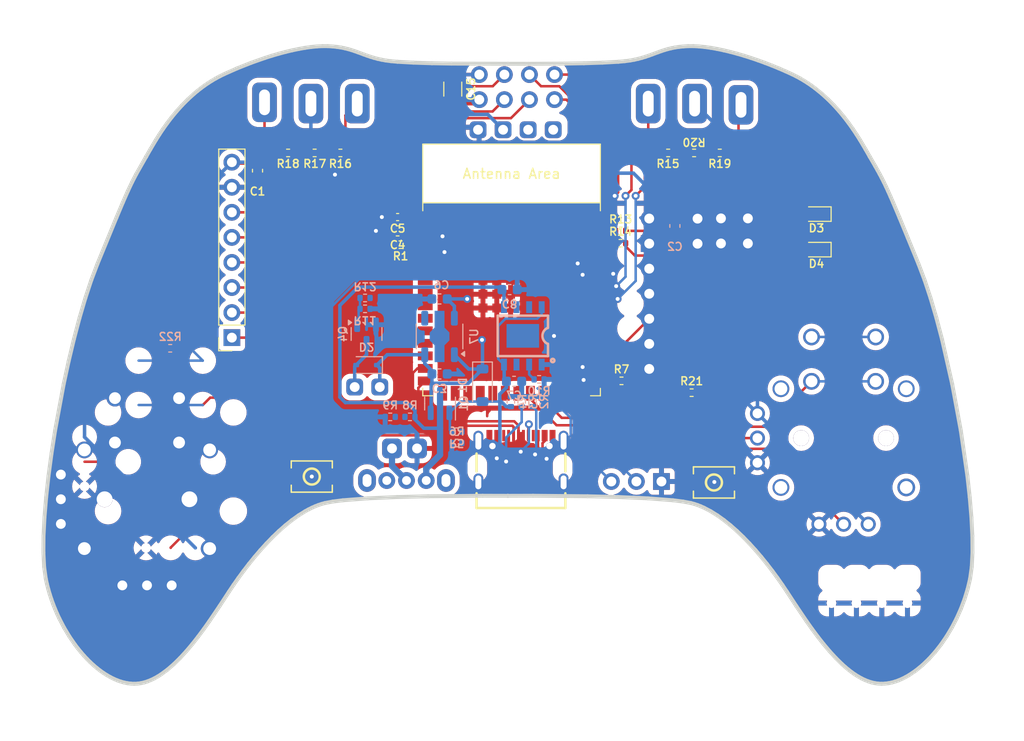
<source format=kicad_pcb>
(kicad_pcb (version 20221018) (generator pcbnew)
  (layers (0 "F.Cu" signal) (31 "B.Cu" signal) (34 "B.Paste" user) (35 "F.Paste" user) (36 "B.SilkS" user "B.Silkscreen") (37 "F.SilkS" user "F.Silkscreen") (38 "B.Mask" user) (39 "F.Mask" user) (44 "Edge.Cuts" user))
  (net 0 "")
  (net 1 "VSYS")
  (net 2 "GND")
  (net 3 "+3.3V")
  (net 4 "VBUS")
  (net 6 "Net-(D3-A)")
  (net 7 "Net-(D4-A)")
  (net 9 "DISPLAY_OLED_SCL")
  (net 10 "VBAT")
  (net 11 "TX0")
  (net 12 "RX0")
  (net 13 "~{NRESET}")
  (net 14 "Net-(J1-CC2)")
  (net 15 "Net-(J1-CC1)")
  (net 16 "USB_SENSE")
  (net 17 "~{BOOT}")
  (net 18 "BATT_VOLTAGE")
  (net 19 "LED_BLUE")
  (net 20 "LED_RED")
  (net 21 "Net-(U2-PROG)")
  (net 22 "~{STDBY}")
  (net 23 "~{CHRG}")
  (net 31 "USB-")
  (net 32 "USB+")
  (net 46 "unconnected-(U3-MTMS{slash}GPIO42-Pad35)")
  (net 47 "NRF_CE")
  (net 48 "NRF_CSN")
  (net 49 "NRF_SCK")
  (net 50 "NRF_MOSI")
  (net 51 "NRF_MISO")
  (net 52 "NRF_IRQ")
  (net 54 "DISPLAY_TFT_LED")
  (net 55 "DISPLAY_TFT_SCK")
  (net 56 "DISPLAY_TFT_SDA")
  (net 57 "DISPLAY_TFT_A0")
  (net 58 "DISPLAY_TFT_RESET")
  (net 59 "DISPLAY_TFT_CS")
  (net 60 "Net-(SW3A-A)")
  (net 61 "Net-(SW3A-C)")
  (net 62 "Net-(SW4A-A)")
  (net 63 "Net-(SW4A-C)")
  (net 65 "JOYSTICK_RIGHT_HORI")
  (net 66 "JOYSTICK_RIGHT_VERT")
  (net 67 "JOYSTICK_RIGHT_BTN")
  (net 68 "Net-(U1-BFL)")
  (net 69 "JOYSTICK_LEFT_HORI")
  (net 70 "JOYSTICK_LEFT_VERT")
  (net 71 "JOYSTICK_LEFT_BTN")
  (net 72 "Net-(U4-BFL)")
  (net 73 "Net-(D2-A)")
  (net 74 "AUDIO_LRC")
  (net 75 "AUDIO_BCLK")
  (net 76 "AUDIO_DIN")
  (net 77 "Net-(Q4-G)")
  (net 78 "Net-(J4-Pin_1)")
  (net 80 "DISPLAY_OLED_SDA")
  (net 81 "VIBRATION_MOTOR")
  (net 82 "AUX_SWITCH_2")
  (net 83 "AUX_SWITCH_1")
  (footprint "Resistor_SMD:R_0402_1005Metric" (layer "F.Cu") (at 140.2 78.5 180)
    (fp_text reference "R16")
    (fp_text value "47k")
  )
  (footprint "Resistor_SMD:R_0402_1005Metric" (layer "F.Cu") (at 175.8 102.8)
    (fp_text reference "R21")
    (fp_text value "10k")
  )
  (footprint "Espressif:ESP32-S3-WROOM-1" (layer "F.Cu") (at 157.55 93.36)
    (fp_text reference "U3" hide)
    (fp_text value "ESP32-S3-WROOM-1")
  )
  (footprint "Resistor_SMD:R_0402_1005Metric" (layer "F.Cu") (at 176.05 78.5 180)
    (fp_text reference "R20")
    (fp_text value "10k")
  )
  (footprint "easyeda2kicad:SW-SMD_L4.0-W2.9-LS5.0" (layer "F.Cu") (at 178.06 111.9)
    (fp_text reference "SW1" hide)
    (fp_text value "SW_SPST")
  )
  (footprint "LED_SMD:LED_0603_1608Metric" (layer "F.Cu") (at 188.45 84.7 180)
    (fp_text reference "D3")
    (fp_text value "BLUE")
  )
  (footprint "Resistor_SMD:R_0402_1005Metric" (layer "F.Cu") (at 178.65 78.5 180)
    (fp_text reference "R19")
    (fp_text value "33k")
  )
  (footprint "Capacitor_SMD:C_1206_3216Metric" (layer "F.Cu") (at 151.59 72.03 -90)
    (fp_text reference "C15")
    (fp_text value "47u")
  )
  (footprint "Custom3:Conn_01x02_no_Silk" (layer "F.Cu") (at 145.1 102.2 -90)
    (fp_text reference "J11" hide)
    (fp_text value "Vib Motor" hide)
  )
  (footprint "Resistor_SMD:R_0402_1005Metric" (layer "F.Cu") (at 146.3 87.8 180)
    (fp_text reference "R1")
    (fp_text value "10k")
  )
  (footprint "Resistor_SMD:R_0402_1005Metric" (layer "F.Cu") (at 173.4195 78.5)
    (fp_text reference "R15")
    (fp_text value "47k")
  )
  (footprint "Connector_PinSocket_2.54mm:PinSocket_1x08_P2.54mm_Vertical" (layer "F.Cu") (at 129.2 97.22 180)
    (fp_text reference "J9" hide)
    (fp_text value "1.8 TFT")
  )
  (footprint "Custom3:SideSwitch_5_Legs" (layer "F.Cu") (at 146.9 111.7)
    (fp_text reference "SW5" hide)
    (fp_text value "Battery")
  )
  (footprint "Custom3:PS4tJoystick" (layer "F.Cu") (at 191.2 107.4 -90)
    (fp_text reference "U1" hide)
    (fp_text value "Joystick right")
  )
  (footprint "Connector_PinSocket_2.54mm:PinSocket_1x02_P2.54mm_Vertical" (layer "F.Cu") (at 145.43 108.45 90)
    (fp_text reference "J4" hide)
    (fp_text value "Battery")
  )
  (footprint "Custom3:Conn_01x02_no_Silk" (layer "F.Cu") (at 178.744 84.2235)
    (fp_text reference "J6" hide)
    (fp_text value "VSYS_VOLTAGE" hide)
  )
  (footprint "Connector_PinSocket_2.54mm:PinSocket_1x07_P2.54mm_Vertical" (layer "F.Cu") (at 171.5 100.39 180)
    (fp_text reference "J12" hide)
    (fp_text value "Audio Player")
  )
  (footprint "Resistor_SMD:R_0402_1005Metric" (layer "F.Cu") (at 168.69 101.6)
    (fp_text reference "R7")
    (fp_text value "10k")
  )
  (footprint "Resistor_SMD:R_0402_1005Metric" (layer "F.Cu") (at 137.59 78.5 180)
    (fp_text reference "R17")
    (fp_text value "10k")
  )
  (footprint "Resistor_SMD:R_0402_1005Metric" (layer "F.Cu") (at 168.6 87.65)
    (fp_text reference "R14")
    (fp_text value "1k")
  )
  (footprint "Connector_PinSocket_2.54mm:PinSocket_1x04_P2.54mm_Vertical" (layer "F.Cu") (at 154.15 76.15 90)
    (fp_text reference "J10" hide)
    (fp_text value "OLED")
  )
  (footprint "Custom3:Conn_01x02_no_Silk" (layer "F.Cu") (at 181.472 84.2245)
    (fp_text reference "J15" hide)
    (fp_text value "VSYS_VOLTAGE" hide)
  )
  (footprint "Connector_PinSocket_2.54mm:PinSocket_1x03_P2.54mm_Vertical" (layer "F.Cu") (at 167.66 111.8 90)
    (fp_text reference "J5" hide)
    (fp_text value "Debug UART")
  )
  (footprint "Resistor_SMD:R_0402_1005Metric" (layer "F.Cu") (at 168.6 86.4)
    (fp_text reference "R13")
    (fp_text value "1k")
  )
  (footprint "Resistor_SMD:R_0402_1005Metric" (layer "F.Cu") (at 134.9 78.5)
    (fp_text reference "R18")
    (fp_text value "33k")
  )
  (footprint "Custom3:On-Off-On_Switch" (layer "F.Cu") (at 169.622 73.5 90)
    (fp_text reference "SW4" hide)
    (fp_text value "SWITCH 2")
  )
  (footprint "easyeda2kicad:USB-SMD_GT-USB-7010AN" (layer "F.Cu") (at 158.5 109.5175)
    (fp_text reference "J1" hide)
    (fp_text value "USB C")
  )
  (footprint "Capacitor_SMD:C_0603_1608Metric" (layer "F.Cu") (at 131.8 80.3 -90)
    (fp_text reference "C1")
    (fp_text value "10u")
  )
  (footprint "Custom3:PS4tJoystick" (layer "F.Cu") (at 120.6 113.6 -90)
    (fp_text reference "U4" hide)
    (fp_text value "Joystick left")
  )
  (footprint "Connector_PinSocket_2.54mm:PinSocket_2x04_P2.54mm_Vertical" (layer "F.Cu") (at 154.28 70.56 90)
    (fp_text reference "U6" hide)
    (fp_text value "NRF24L01" hide)
  )
  (footprint "Custom3:Conn_01x02_no_Silk" (layer "F.Cu") (at 176.372 84.249)
    (fp_text reference "J2" hide)
    (fp_text value "VSYS_VOLTAGE" hide)
  )
  (footprint "Custom3:On-Off-On_Switch" (layer "F.Cu") (at 143.6875 73.5 -90)
    (fp_text reference "SW3" hide)
    (fp_text value "SWITCH 1")
  )
  (footprint "Capacitor_SMD:C_0603_1608Metric" (layer "F.Cu") (at 146 86.4 180)
    (fp_text reference "C4")
    (fp_text value "10u")
  )
  (footprint "LED_SMD:LED_0603_1608Metric" (layer "F.Cu") (at 188.45 88.3 180)
    (fp_text reference "D4")
    (fp_text value "RED")
  )
  (footprint "Capacitor_SMD:C_0402_1005Metric" (layer "F.Cu") (at 146 85 180)
    (fp_text reference "C5")
    (fp_text value "1u")
  )
  (footprint "easyeda2kicad:SW-SMD_L4.0-W2.9-LS5.0" (layer "F.Cu") (at 137.3 111.3)
    (fp_text reference "SW2" hide)
    (fp_text value "SW_SPST")
  )
  (footprint "Diode_SMD:D_SOD-123" (layer "B.Cu") (at 154.6 102.05 -90)
    (fp_text reference "D1")
    (fp_text value "D_Schottky")
  )
  (footprint "Capacitor_SMD:C_0603_1608Metric" (layer "B.Cu") (at 157.35 92.35)
    (fp_text reference "C8")
    (fp_text value "10u")
  )
  (footprint "easyeda2kicad:ESOP-8_L4.9-W3.9-P1.27-LS6.0-BL-EP" (layer "B.Cu") (at 158.69 97.04 180)
    (fp_text reference "U2" hide)
    (fp_text value "TP4056")
  )
  (footprint "Package_TO_SOT_SMD:SOT-23" (layer "B.Cu") (at 142.85 96.85 -90)
    (fp_text reference "Q4")
    (fp_text value "Q_NMOS_Depletion_GSD")
  )
  (footprint "Capacitor_SMD:C_0603_1608Metric" (layer "B.Cu") (at 174.1 85.9 -90)
    (fp_text reference "C2")
    (fp_text value "10u")
  )
  (footprint "Resistor_SMD:R_0402_1005Metric" (layer "B.Cu") (at 152 107.9 180)
    (fp_text reference "R6")
    (fp_text value "4.7k")
  )
  (footprint "Resistor_SMD:R_0402_1005Metric" (layer "B.Cu") (at 142.7 93.2 180)
    (fp_text reference "R12")
    (fp_text value "1k")
  )
  (footprint "Resistor_SMD:R_0402_1005Metric" (layer "B.Cu") (at 160.34 101.45)
    (fp_text reference "R10")
    (fp_text value "1k")
  )
  (footprint "Package_TO_SOT_SMD:SOT-89-5" (layer "B.Cu") (at 150.25 97.1 90)
    (fp_text reference "U7")
    (fp_text value "WL2803K33-5/TR")
  )
  (footprint "Capacitor_SMD:C_0603_1608Metric" (layer "B.Cu") (at 150.25 100.9)
    (fp_text reference "C3")
    (fp_text value "10u")
  )
  (footprint "Diode_SMD:D_SOD-323" (layer "B.Cu") (at 142.85 100 180)
    (fp_text reference "D2")
    (fp_text value "D_Schottky")
  )
  (footprint "Resistor_SMD:R_0402_1005Metric" (layer "B.Cu") (at 142.7 94.3)
    (fp_text reference "R11")
    (fp_text value "10k")
  )
  (footprint "Capacitor_SMD:C_0603_1608Metric" (layer "B.Cu") (at 157.8 101.65)
    (fp_text reference "C7")
    (fp_text value "10u")
  )
  (footprint "Capacitor_SMD:C_0603_1608Metric" (layer "B.Cu") (at 150.25 93.3 180)
    (fp_text reference "C6")
    (fp_text value "10u")
  )
  (footprint "Resistor_SMD:R_0402_1005Metric" (layer "B.Cu") (at 145.25 105.25 180)
    (fp_text reference "R9")
    (fp_text value "4.7k")
  )
  (footprint "Resistor_SMD:R_0402_1005Metric" (layer "B.Cu") (at 147.25 105.25 180)
    (fp_text reference "R8")
    (fp_text value "10k")
  )
  (footprint "Resistor_SMD:R_0402_1005Metric" (layer "B.Cu") (at 157.475 103.7025 90)
    (fp_text reference "R4")
    (fp_text value "10k")
  )
  (footprint "Resistor_SMD:R_0402_1005Metric" (layer "B.Cu") (at 122.95 98.3 180)
    (fp_text reference "R22")
    (fp_text value "10k")
  )
  (footprint "Package_TO_SOT_SMD:SOT-23" (layer "B.Cu") (at 150.3 103.9 90)
    (fp_text reference "Q1")
    (fp_text value "Q_PMOS_GSD")
  )
  (footprint "Resistor_SMD:R_0402_1005Metric" (layer "B.Cu") (at 158.575 103.7025 90)
    (fp_text reference "R3")
    (fp_text value "5.11k")
  )
  (footprint "Resistor_SMD:R_0402_1005Metric" (layer "B.Cu") (at 159.675 103.7025 90)
    (fp_text reference "R2")
    (fp_text value "5.11k")
  )
  (footprint "Resistor_SMD:R_0402_1005Metric" (layer "B.Cu") (at 152 106.75)
    (fp_text reference "R5")
    (fp_text value "10k")
  )
  (gr_line (start 183.433718 120.156045) (end 182.862571 119.450209) (stroke (width 0.396874)) (layer "Edge.Cuts"))
  (gr_line (start 176.383706 114.182443) (end 176.047238 114.070814) (stroke (width 0.396874)) (layer "Edge.Cuts"))
  (gr_line (start 170.404601 68.960466) (end 170.779901 68.85976) (stroke (width 0.396874)) (layer "Edge.Cuts"))
  (gr_line (start 203.080631 124.723191) (end 202.648695 125.688523) (stroke (width 0.396874)) (layer "Edge.Cuts"))
  (gr_line (start 202.166491 126.613934) (end 201.639284 127.492934) (stroke (width 0.396874)) (layer "Edge.Cuts"))
  (gr_line (start 177.741677 67.848677) (end 178.382166 67.961955) (stroke (width 0.396874)) (layer "Edge.Cuts"))
  (gr_line (start 126.911538 125.967577) (end 126.356228 126.750716) (stroke (width 0.396874)) (layer "Edge.Cuts"))
  (gr_line (start 118.27726 132.173172) (end 117.92896 132.075081) (stroke (width 0.396874)) (layer "Edge.Cuts"))
  (gr_line (start 157.164349 113.252074) (end 154.614425 113.245008) (stroke (width 0.396874)) (layer "Edge.Cuts"))
  (gr_line (start 194.369088 132.237297) (end 194.029644 132.158456) (stroke (width 0.396874)) (layer "Edge.Cuts"))
  (gr_line (start 112.722824 127.492934) (end 112.195612 126.613934) (stroke (width 0.396874)) (layer "Edge.Cuts"))
  (gr_line (start 138.388456 67.674964) (end 138.914979 67.677619) (stroke (width 0.396874)) (layer "Edge.Cuts"))
  (gr_line (start 194.85897 80.653425) (end 195.066817 81.046381) (stroke (width 0.396874)) (layer "Edge.Cuts"))
  (gr_line (start 157.177048 113.252074) (end 157.171231 113.252074) (stroke (width 0.396874)) (layer "Edge.Cuts"))
  (gr_line (start 135.980001 67.961955) (end 136.620489 67.848677) (stroke (width 0.396874)) (layer "Edge.Cuts"))
  (gr_line (start 157.171231 113.252074) (end 157.164349 113.252074) (stroke (width 0.396874)) (layer "Edge.Cuts"))
  (gr_line (start 172.716993 68.183028) (end 173.038033 68.077549) (stroke (width 0.396874)) (layer "Edge.Cuts"))
  (gr_line (start 178.406803 115.236448) (end 177.733615 114.817417) (stroke (width 0.396874)) (layer "Edge.Cuts"))
  (gr_line (start 140.989141 67.9797) (end 141.324134 68.077549) (stroke (width 0.396874)) (layer "Edge.Cuts"))
  (gr_line (start 173.727396 67.891558) (end 174.106572 67.815201) (stroke (width 0.396874)) (layer "Edge.Cuts"))
  (gr_line (start 162.89443 69.447018) (end 164.878677 69.411879) (stroke (width 0.396874)) (layer "Edge.Cuts"))
  (gr_line (start 137.828207 67.703625) (end 138.388456 67.674964) (stroke (width 0.396874)) (layer "Edge.Cuts"))
  (gr_line (start 110.905073 123.724432) (end 110.739345 123.214545) (stroke (width 0.396874)) (layer "Edge.Cuts"))
  (gr_line (start 123.599645 74.281555) (end 124.144633 73.675998) (stroke (width 0.396874)) (layer "Edge.Cuts"))
  (gr_line (start 204.022183 121.652595) (end 203.772639 122.698735) (stroke (width 0.396874)) (layer "Edge.Cuts"))
  (gr_line (start 115.849708 130.964539) (end 115.511067 130.700023) (stroke (width 0.396874)) (layer "Edge.Cuts"))
  (gr_line (start 118.142036 83.538683) (end 118.654683 82.373219) (stroke (width 0.396874)) (layer "Edge.Cuts"))
  (gr_line (start 189.783303 129.003049) (end 189.173925 128.279789) (stroke (width 0.396874)) (layer "Edge.Cuts"))
  (gr_line (start 125.370484 72.50164) (end 125.70609 72.221487) (stroke (width 0.396874)) (layer "Edge.Cuts"))
  (gr_line (start 121.678197 131.566462) (end 121.34401 131.753121) (stroke (width 0.396874)) (layer "Edge.Cuts"))
  (gr_line (start 145.331111 69.20194) (end 145.987288 69.260982) (stroke (width 0.396874)) (layer "Edge.Cuts"))
  (gr_line (start 142.898328 68.63968) (end 143.230995 68.752139) (stroke (width 0.396874)) (layer "Edge.Cuts"))
  (gr_line (start 110.921488 108.961231) (end 111.28298 106.634731) (stroke (width 0.396874)) (layer "Edge.Cuts"))
  (gr_line (start 119.503137 80.653431) (end 120.496328 78.907971) (stroke (width 0.396874)) (layer "Edge.Cuts"))
  (gr_line (start 203.744119 111.225709) (end 203.983828 113.394995) (stroke (width 0.396874)) (layer "Edge.Cuts"))
  (gr_line (start 164.878677 69.411879) (end 166.759367 69.351934) (stroke (width 0.396874)) (layer "Edge.Cuts"))
  (gr_line (start 142.980973 113.507148) (end 140.444289 113.704368) (stroke (width 0.396874)) (layer "Edge.Cuts"))
  (gr_line (start 195.950431 82.917352) (end 196.220068 83.538682) (stroke (width 0.396874)) (layer "Edge.Cuts"))
  (gr_line (start 125.70609 72.221487) (end 126.05364 71.948691) (stroke (width 0.396874)) (layer "Edge.Cuts"))
  (gr_line (start 182.270286 118.757164) (end 181.659258 118.083496) (stroke (width 0.396874)) (layer "Edge.Cuts"))
  (gr_line (start 176.720876 114.313742) (end 176.383706 114.182443) (stroke (width 0.396874)) (layer "Edge.Cuts"))
  (gr_line (start 122.639806 75.489799) (end 123.098418 74.888798) (stroke (width 0.396874)) (layer "Edge.Cuts"))
  (gr_line (start 193.353978 131.914951) (end 193.018168 131.753121) (stroke (width 0.396874)) (layer "Edge.Cuts"))
  (gr_line (start 111.28298 106.634731) (end 112.156691 101.928342) (stroke (width 0.396874)) (layer "Edge.Cuts"))
  (gr_line (start 125.781247 127.525233) (end 125.188245 128.279789) (stroke (width 0.396874)) (layer "Edge.Cuts"))
  (gr_line (start 169.999845 69.052179) (end 170.404601 68.960466) (stroke (width 0.396874)) (layer "Edge.Cuts"))
  (gr_line (start 128.903147 122.975513) (end 127.956564 124.420773) (stroke (width 0.396874)) (layer "Edge.Cuts"))
  (gr_line (start 111.086001 124.227584) (end 110.905073 123.724432) (stroke (width 0.396874)) (layer "Edge.Cuts"))
  (gr_line (start 135.319745 68.100326) (end 135.980001 67.961955) (stroke (width 0.396874)) (layer "Edge.Cuts"))
  (gr_line (start 171.131172 68.752139) (end 171.463839 68.63968) (stroke (width 0.396874)) (layer "Edge.Cuts"))
  (gr_line (start 120.526398 78.856258) (end 120.945828 78.12377) (stroke (width 0.396874)) (layer "Edge.Cuts"))
  (gr_line (start 176.533959 67.703625) (end 177.124445 67.762048) (stroke (width 0.396874)) (layer "Edge.Cuts"))
  (gr_line (start 118.654683 82.373219) (end 119.089357 81.453494) (stroke (width 0.396874)) (layer "Edge.Cuts"))
  (gr_line (start 195.272751 81.453491) (end 195.483908 81.890517) (stroke (width 0.396874)) (layer "Edge.Cuts"))
  (gr_line (start 131.499596 119.450209) (end 130.928449 120.156045) (stroke (width 0.396874)) (layer "Edge.Cuts"))
  (gr_line (start 183.924531 69.640848) (end 184.617284 69.923955) (stroke (width 0.396874)) (layer "Edge.Cuts"))
  (gr_line (start 183.223625 69.370387) (end 183.924531 69.640848) (stroke (width 0.396874)) (layer "Edge.Cuts"))
  (gr_line (start 112.195612 126.613934) (end 111.713406 125.688523) (stroke (width 0.396874)) (layer "Edge.Cuts"))
  (gr_line (start 192.139461 76.076632) (end 192.51628 76.641372) (stroke (width 0.396874)) (layer "Edge.Cuts"))
  (gr_line (start 189.62762 73.08005) (end 190.217512 73.675998) (stroke (width 0.396874)) (layer "Edge.Cuts"))
  (gr_line (start 173.038033 68.077549) (end 173.373025 67.9797) (stroke (width 0.396874)) (layer "Edge.Cuts"))
  (gr_line (start 120.332536 132.158456) (end 119.993092 132.237297) (stroke (width 0.396874)) (layer "Edge.Cuts"))
  (gr_line (start 113.891208 129.08573) (end 113.586512 128.71021) (stroke (width 0.396874)) (layer "Edge.Cuts"))
  (gr_line (start 147.599722 69.351934) (end 149.477255 69.411879) (stroke (width 0.396874)) (layer "Edge.Cuts"))
  (gr_line (start 143.957567 68.960466) (end 144.362323 69.052179) (stroke (width 0.396874)) (layer "Edge.Cuts"))
  (gr_line (start 190.407409 129.683675) (end 189.783303 129.003049) (stroke (width 0.396874)) (layer "Edge.Cuts"))
  (gr_line (start 133.971615 116.820654) (end 133.330286 117.435797) (stroke (width 0.396874)) (layer "Edge.Cuts"))
  (gr_line (start 139.846188 67.752707) (end 140.255594 67.815201) (stroke (width 0.396874)) (layer "Edge.Cuts"))
  (gr_line (start 115.565461 89.770307) (end 117.494335 85.075966) (stroke (width 0.396874)) (layer "Edge.Cuts"))
  (gr_line (start 121.845839 76.641372) (end 122.222662 76.076632) (stroke (width 0.396874)) (layer "Edge.Cuts"))
  (gr_line (start 196.220068 83.538682) (end 196.86777 85.075966) (stroke (width 0.396874)) (layer "Edge.Cuts"))
  (gr_line (start 114.344398 93.230771) (end 114.949169 91.398871) (stroke (width 0.396874)) (layer "Edge.Cuts"))
  (gr_line (start 135.955366 115.236448) (end 135.28655 115.71439) (stroke (width 0.396874)) (layer "Edge.Cuts"))
  (gr_line (start 110.739345 123.214545) (end 110.589476 122.698735) (stroke (width 0.396874)) (layer "Edge.Cuts"))
  (gr_line (start 119.993092 132.237297) (end 119.65285 132.28564) (stroke (width 0.396874)) (layer "Edge.Cuts"))
  (gr_line (start 123.098418 74.888798) (end 123.599645 74.281555) (stroke (width 0.396874)) (layer "Edge.Cuts"))
  (gr_line (start 123.954764 129.683675) (end 123.317578 130.310332) (stroke (width 0.396874)) (layer "Edge.Cuts"))
  (gr_line (start 179.737667 116.244655) (end 179.075619 115.71439) (stroke (width 0.396874)) (layer "Edge.Cuts"))
  (gr_line (start 189.173925 128.279789) (end 188.580921 127.525233) (stroke (width 0.396874)) (layer "Edge.Cuts"))
  (gr_line (start 174.106572 67.815201) (end 174.515978 67.752707) (stroke (width 0.396874)) (layer "Edge.Cuts"))
  (gr_line (start 143.230995 68.752139) (end 143.582266 68.85976) (stroke (width 0.396874)) (layer "Edge.Cuts"))
  (gr_line (start 186.79602 70.950887) (end 187.192779 71.18435) (stroke (width 0.396874)) (layer "Edge.Cuts"))
  (gr_line (start 126.356228 126.750716) (end 125.781247 127.525233) (stroke (width 0.396874)) (layer "Edge.Cuts"))
  (gr_line (start 135.28655 115.71439) (end 134.624502 116.244655) (stroke (width 0.396874)) (layer "Edge.Cuts"))
  (gr_line (start 124.734531 73.08005) (end 125.370484 72.50164) (stroke (width 0.396874)) (layer "Edge.Cuts"))
  (gr_line (start 196.433214 132.075081) (end 196.084916 132.173172) (stroke (width 0.396874)) (layer "Edge.Cuts"))
  (gr_line (start 196.86777 85.075966) (end 197.707608 87.111148) (stroke (width 0.396874)) (layer "Edge.Cuts"))
  (gr_line (start 121.0082 131.914951) (end 120.670974 132.050535) (stroke (width 0.396874)) (layer "Edge.Cuts"))
  (gr_line (start 179.042422 68.100326) (end 179.718955 68.262235) (stroke (width 0.396874)) (layer "Edge.Cuts"))
  (gr_line (start 178.382166 67.961955) (end 179.042422 68.100326) (stroke (width 0.396874)) (layer "Edge.Cuts"))
  (gr_line (start 199.840282 129.786543) (end 199.185703 130.414977) (stroke (width 0.396874)) (layer "Edge.Cuts"))
  (gr_line (start 176.047238 114.070814) (end 175.711773 113.979678) (stroke (width 0.396874)) (layer "Edge.Cuts"))
  (gr_line (start 199.185703 130.414977) (end 198.512442 130.964539) (stroke (width 0.396874)) (layer "Edge.Cuts"))
  (gr_line (start 141.645174 68.183028) (end 141.957687 68.294058) (stroke (width 0.396874)) (layer "Edge.Cuts"))
  (gr_line (start 187.57702 71.429132) (end 187.948886 71.684243) (stroke (width 0.396874)) (layer "Edge.Cuts"))
  (gr_line (start 166.759367 69.351934) (end 168.374033 69.260982) (stroke (width 0.396874)) (layer "Edge.Cuts"))
  (gr_line (start 191.263715 74.888798) (end 191.722322 75.489799) (stroke (width 0.396874)) (layer "Edge.Cuts"))
  (gr_line (start 132.091882 118.757164) (end 131.499596 119.450209) (stroke (width 0.396874)) (layer "Edge.Cuts"))
  (gr_line (start 112.657295 99.614794) (end 113.192652 97.371903) (stroke (width 0.396874)) (layer "Edge.Cuts"))
  (gr_line (start 171.372573 113.50685) (end 168.383289 113.375031) (stroke (width 0.396874)) (layer "Edge.Cuts"))
  (gr_line (start 141.324134 68.077549) (end 141.645174 68.183028) (stroke (width 0.396874)) (layer "Edge.Cuts"))
  (gr_line (start 179.718955 68.262235) (end 180.408274 68.446126) (stroke (width 0.396874)) (layer "Edge.Cuts"))
  (gr_line (start 195.737871 132.244241) (end 195.392735 132.287477) (stroke (width 0.396874)) (layer "Edge.Cuts"))
  (gr_line (start 191.36758 130.59988) (end 191.044596 130.310332) (stroke (width 0.396874)) (layer "Edge.Cuts"))
  (gr_line (start 195.483908 81.890517) (end 195.707423 82.373217) (stroke (width 0.396874)) (layer "Edge.Cuts"))
  (gr_line (start 142.578838 68.524462) (end 142.898328 68.63968) (stroke (width 0.396874)) (layer "Edge.Cuts"))
  (gr_line (start 122.222662 76.076632) (end 122.639806 75.489799) (stroke (width 0.396874)) (layer "Edge.Cuts"))
  (gr_line (start 188.991673 72.50164) (end 189.62762 73.08005) (stroke (width 0.396874)) (layer "Edge.Cuts"))
  (gr_line (start 136.628554 114.817417) (end 135.955366 115.236448) (stroke (width 0.396874)) (layer "Edge.Cuts"))
  (gr_line (start 123.317578 130.310332) (end 122.668959 130.871683) (stroke (width 0.396874)) (layer "Edge.Cuts"))
  (gr_line (start 120.496341 78.907957) (end 120.526398 78.856258) (stroke (width 0.396874)) (layer "Edge.Cuts"))
  (gr_line (start 114.949169 91.398871) (end 115.565461 89.770307) (stroke (width 0.396874)) (layer "Edge.Cuts"))
  (gr_line (start 130.380835 120.868082) (end 129.85915 121.579731) (stroke (width 0.396874)) (layer "Edge.Cuts"))
  (gr_line (start 114.52185 129.786543) (end 114.203206 129.444778) (stroke (width 0.396874)) (layer "Edge.Cuts"))
  (gr_line (start 182.862571 119.450209) (end 182.270286 118.757164) (stroke (width 0.396874)) (layer "Edge.Cuts"))
  (gr_line (start 131.138542 69.370387) (end 132.550852 68.873629) (stroke (width 0.396874)) (layer "Edge.Cuts"))
  (gr_line (start 203.457033 123.724432) (end 203.080631 124.723191) (stroke (width 0.396874)) (layer "Edge.Cuts"))
  (gr_line (start 194.409 79.84694) (end 194.642077 80.258865) (stroke (width 0.396874)) (layer "Edge.Cuts"))
  (gr_line (start 184.617284 69.923955) (end 185.298396 70.218152) (stroke (width 0.396874)) (layer "Edge.Cuts"))
  (gr_line (start 110.208169 115.435919) (end 110.378275 113.394995) (stroke (width 0.396874)) (layer "Edge.Cuts"))
  (gr_line (start 110.1 119) (end 110.113475 117.31531) (stroke (width 0.396874)) (layer "Edge.Cuts"))
  (gr_line (start 188.580921 127.525233) (end 188.00594 126.750716) (stroke (width 0.396874)) (layer "Edge.Cuts"))
  (gr_line (start 138.914979 67.677619) (end 139.401125 67.706154) (stroke (width 0.396874)) (layer "Edge.Cuts"))
  (gr_line (start 110.113475 117.31531) (end 110.208169 115.435919) (stroke (width 0.396874)) (layer "Edge.Cuts"))
  (gr_line (start 187.192779 71.18435) (end 187.57702 71.429132) (stroke (width 0.396874)) (layer "Edge.Cuts"))
  (gr_line (start 181.106891 68.650442) (end 181.811315 68.873629) (stroke (width 0.396874)) (layer "Edge.Cuts"))
  (gr_line (start 203.079126 106.634731) (end 203.744119 111.225709) (stroke (width 0.396874)) (layer "Edge.Cuts"))
  (gr_line (start 197.479039 131.626799) (end 197.130933 131.801083) (stroke (width 0.396874)) (layer "Edge.Cuts"))
  (gr_line (start 110.589476 122.698735) (end 110.456123 122.177815) (stroke (width 0.396874)) (layer "Edge.Cuts"))
  (gr_line (start 114.203206 129.444778) (end 113.891208 129.08573) (stroke (width 0.396874)) (layer "Edge.Cuts"))
  (gr_line (start 145.963388 113.37531) (end 142.980973 113.507148) (stroke (width 0.396874)) (layer "Edge.Cuts"))
  (gr_line (start 204.153935 115.435919) (end 204.248632 117.31531) (stroke (width 0.396874)) (layer "Edge.Cuts"))
  (gr_line (start 179.075619 115.71439) (end 178.406803 115.236448) (stroke (width 0.396874)) (layer "Edge.Cuts"))
  (gr_line (start 188.00594 126.750716) (end 187.450628 125.967577) (stroke (width 0.396874)) (layer "Edge.Cuts"))
  (gr_line (start 137.641292 114.313742) (end 137.303718 114.463886) (stroke (width 0.396874)) (layer "Edge.Cuts"))
  (gr_line (start 202.20542 101.928342) (end 203.079126 106.634731) (stroke (width 0.396874)) (layer "Edge.Cuts"))
  (gr_line (start 192.51628 76.641372) (end 192.853926 77.176092) (stroke (width 0.396874)) (layer "Edge.Cuts"))
  (gr_line (start 200.017726 93.230771) (end 200.605165 95.232839) (stroke (width 0.396874)) (layer "Edge.Cuts"))
  (gr_line (start 198.796666 89.770307) (end 199.412957 91.398871) (stroke (width 0.396874)) (layer "Edge.Cuts"))
  (gr_line (start 144.362323 69.052179) (end 144.801961 69.132821) (stroke (width 0.396874)) (layer "Edge.Cuts"))
  (gr_line (start 196.084916 132.173172) (end 195.737871 132.244241) (stroke (width 0.396874)) (layer "Edge.Cuts"))
  (gr_line (start 140.255594 67.815201) (end 140.63477 67.891558) (stroke (width 0.396874)) (layer "Edge.Cuts"))
  (gr_line (start 180.390553 116.820654) (end 179.737667 116.244655) (stroke (width 0.396874)) (layer "Edge.Cuts"))
  (gr_line (start 192.021299 131.124326) (end 191.693216 130.871683) (stroke (width 0.396874)) (layer "Edge.Cuts"))
  (gr_line (start 129.744882 69.923955) (end 131.138542 69.370387) (stroke (width 0.396874)) (layer "Edge.Cuts"))
  (gr_line (start 115.511067 130.700023) (end 115.176438 130.414977) (stroke (width 0.396874)) (layer "Edge.Cuts"))
  (gr_line (start 157.171231 69.46355) (end 159.265138 69.467686) (stroke (width 0.396874)) (layer "Edge.Cuts"))
  (gr_line (start 174.961041 67.706154) (end 175.447186 67.677619) (stroke (width 0.396874)) (layer "Edge.Cuts"))
  (gr_line (start 113.756956 95.232839) (end 114.344398 93.230771) (stroke (width 0.396874)) (layer "Edge.Cuts"))
  (gr_line (start 201.169466 97.371903) (end 202.20542 101.928342) (stroke (width 0.396874)) (layer "Edge.Cuts"))
  (gr_line (start 129.365789 122.284405) (end 128.903147 122.975513) (stroke (width 0.396874)) (layer "Edge.Cuts"))
  (gr_line (start 169.560208 69.132821) (end 169.999845 69.052179) (stroke (width 0.396874)) (layer "Edge.Cuts"))
  (gr_line (start 138.650395 113.979678) (end 138.314931 114.070814) (stroke (width 0.396874)) (layer "Edge.Cuts"))
  (gr_line (start 173.373025 67.9797) (end 173.727396 67.891558) (stroke (width 0.396874)) (layer "Edge.Cuts"))
  (gr_line (start 128.397791 70.521883) (end 129.744882 69.923955) (stroke (width 0.396874)) (layer "Edge.Cuts"))
  (gr_line (start 204.248632 117.31531) (end 204.262111 119) (stroke (width 0.396874)) (layer "Edge.Cuts"))
  (gr_line (start 200.470914 129.08573) (end 199.840282 129.786543) (stroke (width 0.396874)) (layer "Edge.Cuts"))
  (gr_line (start 110.617984 111.225709) (end 110.921488 108.961231) (stroke (width 0.396874)) (layer "Edge.Cuts"))
  (gr_line (start 140.63477 67.891558) (end 140.989141 67.9797) (stroke (width 0.396874)) (layer "Edge.Cuts"))
  (gr_line (start 120.670974 132.050535) (end 120.332536 132.158456) (stroke (width 0.396874)) (layer "Edge.Cuts"))
  (gr_line (start 127.956564 124.420773) (end 126.911538 125.967577) (stroke (width 0.396874)) (layer "Edge.Cuts"))
  (gr_line (start 137.303718 114.463886) (end 136.966038 114.632052) (stroke (width 0.396874)) (layer "Edge.Cuts"))
  (gr_line (start 137.978463 114.182443) (end 137.641292 114.313742) (stroke (width 0.396874)) (layer "Edge.Cuts"))
  (gr_line (start 182.518056 69.114129) (end 183.223625 69.370387) (stroke (width 0.396874)) (layer "Edge.Cuts"))
  (gr_line (start 184.996377 122.284405) (end 184.503016 121.579731) (stroke (width 0.396874)) (layer "Edge.Cuts"))
  (gr_line (start 192.683981 131.566462) (end 192.351623 131.356392) (stroke (width 0.396874)) (layer "Edge.Cuts"))
  (gr_line (start 170.779901 68.85976) (end 171.131172 68.752139) (stroke (width 0.396874)) (layer "Edge.Cuts"))
  (gr_line (start 188.308522 71.948691) (end 188.991673 72.50164) (stroke (width 0.396874)) (layer "Edge.Cuts"))
  (gr_line (start 117.494335 85.075966) (end 118.142036 83.538683) (stroke (width 0.396874)) (layer "Edge.Cuts"))
  (gr_line (start 187.450628 125.967577) (end 186.405602 124.420773) (stroke (width 0.396874)) (layer "Edge.Cuts"))
  (gr_line (start 132.550852 68.873629) (end 133.255276 68.650442) (stroke (width 0.396874)) (layer "Edge.Cuts"))
  (gr_line (start 175.973709 67.674964) (end 176.533959 67.703625) (stroke (width 0.396874)) (layer "Edge.Cuts"))
  (gr_line (start 175.711773 113.979678) (end 174.925152 113.83134) (stroke (width 0.396874)) (layer "Edge.Cuts"))
  (gr_line (start 159.265138 69.467686) (end 162.89443 69.447018) (stroke (width 0.396874)) (layer "Edge.Cuts"))
  (gr_line (start 171.783329 68.524462) (end 172.40448 68.294058) (stroke (width 0.396874)) (layer "Edge.Cuts"))
  (gr_line (start 116.883125 131.626799) (end 116.536395 131.428739) (stroke (width 0.396874)) (layer "Edge.Cuts"))
  (gr_line (start 195.707423 82.373217) (end 195.950431 82.917352) (stroke (width 0.396874)) (layer "Edge.Cuts"))
  (gr_line (start 168.383289 113.375031) (end 165.245451 113.295947) (stroke (width 0.396874)) (layer "Edge.Cuts"))
  (gr_line (start 118.624308 132.244241) (end 118.27726 132.173172) (stroke (width 0.396874)) (layer "Edge.Cuts"))
  (gr_line (start 126.05364 71.948691) (end 126.413277 71.684243) (stroke (width 0.396874)) (layer "Edge.Cuts"))
  (gr_line (start 193.835728 78.856258) (end 193.865758 78.907957) (stroke (width 0.396874)) (layer "Edge.Cuts"))
  (gr_line (start 118.969445 132.287477) (end 118.624308 132.244241) (stroke (width 0.396874)) (layer "Edge.Cuts"))
  (gr_line (start 172.40448 68.294058) (end 172.716993 68.183028) (stroke (width 0.396874)) (layer "Edge.Cuts"))
  (gr_line (start 144.801961 69.132821) (end 145.331111 69.20194) (stroke (width 0.396874)) (layer "Edge.Cuts"))
  (gr_line (start 203.983828 113.394995) (end 204.153935 115.435919) (stroke (width 0.396874)) (layer "Edge.Cuts"))
  (gr_line (start 138.314931 114.070814) (end 137.978463 114.182443) (stroke (width 0.396874)) (layer "Edge.Cuts"))
  (gr_line (start 127.975567 70.729735) (end 128.397791 70.521883) (stroke (width 0.396874)) (layer "Edge.Cuts"))
  (gr_line (start 130.928449 120.156045) (end 130.380835 120.868082) (stroke (width 0.396874)) (layer "Edge.Cuts"))
  (gr_line (start 195.066817 81.046381) (end 195.272751 81.453491) (stroke (width 0.396874)) (layer "Edge.Cuts"))
  (gr_line (start 133.330286 117.435797) (end 132.70291 118.083496) (stroke (width 0.396874)) (layer "Edge.Cuts"))
  (gr_line (start 177.733615 114.817417) (end 177.058451 114.463886) (stroke (width 0.396874)) (layer "Edge.Cuts"))
  (gr_line (start 202.648695 125.688523) (end 202.166491 126.613934) (stroke (width 0.396874)) (layer "Edge.Cuts"))
  (gr_line (start 113.289778 128.31903) (end 112.722824 127.492934) (stroke (width 0.396874)) (layer "Edge.Cuts"))
  (gr_line (start 111.281472 124.723191) (end 111.086001 124.227584) (stroke (width 0.396874)) (layer "Edge.Cuts"))
  (gr_line (start 192.351623 131.356392) (end 192.021299 131.124326) (stroke (width 0.396874)) (layer "Edge.Cuts"))
  (gr_line (start 120.496328 78.907971) (end 120.496341 78.907957) (stroke (width 0.396874)) (layer "Edge.Cuts"))
  (gr_line (start 190.762495 74.281555) (end 191.263715 74.888798) (stroke (width 0.396874)) (layer "Edge.Cuts"))
  (gr_line (start 181.031882 117.435797) (end 180.390553 116.820654) (stroke (width 0.396874)) (layer "Edge.Cuts"))
  (gr_line (start 113.192652 97.371903) (end 113.756956 95.232839) (stroke (width 0.396874)) (layer "Edge.Cuts"))
  (gr_line (start 194.709331 132.28564) (end 194.369088 132.237297) (stroke (width 0.396874)) (layer "Edge.Cuts"))
  (gr_line (start 201.072337 128.31903) (end 200.470914 129.08573) (stroke (width 0.396874)) (layer "Edge.Cuts"))
  (gr_line (start 120.945828 78.12377) (end 121.50819 77.176092) (stroke (width 0.396874)) (layer "Edge.Cuts"))
  (gr_line (start 187.948886 71.684243) (end 188.308522 71.948691) (stroke (width 0.396874)) (layer "Edge.Cuts"))
  (gr_line (start 194.642077 80.258865) (end 194.85897 80.653425) (stroke (width 0.396874)) (layer "Edge.Cuts"))
  (gr_line (start 185.298396 70.218152) (end 185.964375 70.521883) (stroke (width 0.396874)) (layer "Edge.Cuts"))
  (gr_line (start 116.191704 131.207715) (end 115.849708 130.964539) (stroke (width 0.396874)) (layer "Edge.Cuts"))
  (gr_line (start 197.707608 87.111148) (end 198.796666 89.770307) (stroke (width 0.396874)) (layer "Edge.Cuts"))
  (gr_line (start 195.392735 132.287477) (end 195.050168 132.30207) (stroke (width 0.396874)) (layer "Edge.Cuts"))
  (gr_line (start 127.169387 71.18435) (end 127.566146 70.950887) (stroke (width 0.396874)) (layer "Edge.Cuts"))
  (gr_line (start 113.586512 128.71021) (end 113.289778 128.31903) (stroke (width 0.396874)) (layer "Edge.Cuts"))
  (gr_line (start 199.412957 91.398871) (end 200.017726 93.230771) (stroke (width 0.396874)) (layer "Edge.Cuts"))
  (gr_line (start 204.262111 119) (end 204.188564 120.456818) (stroke (width 0.396874)) (layer "Edge.Cuts"))
  (gr_line (start 180.408274 68.446126) (end 181.106891 68.650442) (stroke (width 0.396874)) (layer "Edge.Cuts"))
  (gr_line (start 186.3866 70.729735) (end 186.79602 70.950887) (stroke (width 0.396874)) (layer "Edge.Cuts"))
  (gr_line (start 159.717808 113.245008) (end 157.177048 113.252074) (stroke (width 0.396874)) (layer "Edge.Cuts"))
  (gr_line (start 132.70291 118.083496) (end 132.091882 118.757164) (stroke (width 0.396874)) (layer "Edge.Cuts"))
  (gr_line (start 165.245451 113.295947) (end 159.717808 113.245008) (stroke (width 0.396874)) (layer "Edge.Cuts"))
  (gr_line (start 185.964375 70.521883) (end 186.3866 70.729735) (stroke (width 0.396874)) (layer "Edge.Cuts"))
  (gr_line (start 191.693216 130.871683) (end 191.36758 130.59988) (stroke (width 0.396874)) (layer "Edge.Cuts"))
  (gr_line (start 185.459019 122.975513) (end 184.996377 122.284405) (stroke (width 0.396874)) (layer "Edge.Cuts"))
  (gr_line (start 133.953893 68.446126) (end 134.643212 68.262235) (stroke (width 0.396874)) (layer "Edge.Cuts"))
  (gr_line (start 195.050168 132.30207) (end 194.709331 132.28564) (stroke (width 0.396874)) (layer "Edge.Cuts"))
  (gr_line (start 145.987288 69.260982) (end 147.599722 69.351934) (stroke (width 0.396874)) (layer "Edge.Cuts"))
  (gr_line (start 119.089357 81.453494) (end 119.503137 80.653431) (stroke (width 0.396874)) (layer "Edge.Cuts"))
  (gr_line (start 194.029644 132.158456) (end 193.691206 132.050535) (stroke (width 0.396874)) (layer "Edge.Cuts"))
  (gr_line (start 204.188564 120.456818) (end 204.022183 121.652595) (stroke (width 0.396874)) (layer "Edge.Cuts"))
  (gr_line (start 124.578868 129.003049) (end 123.954764 129.683675) (stroke (width 0.396874)) (layer "Edge.Cuts"))
  (gr_line (start 143.582266 68.85976) (end 143.957567 68.960466) (stroke (width 0.396874)) (layer "Edge.Cuts"))
  (gr_line (start 197.825764 131.428739) (end 197.479039 131.626799) (stroke (width 0.396874)) (layer "Edge.Cuts"))
  (gr_line (start 175.447186 67.677619) (end 175.973709 67.674964) (stroke (width 0.396874)) (layer "Edge.Cuts"))
  (gr_line (start 110.173554 120.456818) (end 110.1 119) (stroke (width 0.396874)) (layer "Edge.Cuts"))
  (gr_line (start 154.614425 113.245008) (end 149.094475 113.296146) (stroke (width 0.396874)) (layer "Edge.Cuts"))
  (gr_line (start 110.339944 121.652595) (end 110.173554 120.456818) (stroke (width 0.396874)) (layer "Edge.Cuts"))
  (gr_line (start 133.255276 68.650442) (end 133.953893 68.446126) (stroke (width 0.396874)) (layer "Edge.Cuts"))
  (gr_line (start 183.981331 120.868082) (end 183.433718 120.156045) (stroke (width 0.396874)) (layer "Edge.Cuts"))
  (gr_line (start 191.722322 75.489799) (end 192.139461 76.076632) (stroke (width 0.396874)) (layer "Edge.Cuts"))
  (gr_line (start 149.477255 69.411879) (end 151.457883 69.447018) (stroke (width 0.396874)) (layer "Edge.Cuts"))
  (gr_line (start 126.785145 71.429132) (end 127.169387 71.18435) (stroke (width 0.396874)) (layer "Edge.Cuts"))
  (gr_line (start 174.515978 67.752707) (end 174.961041 67.706154) (stroke (width 0.396874)) (layer "Edge.Cuts"))
  (gr_line (start 137.237722 67.762048) (end 137.828207 67.703625) (stroke (width 0.396874)) (layer "Edge.Cuts"))
  (gr_line (start 192.853926 77.176092) (end 193.416289 78.12377) (stroke (width 0.396874)) (layer "Edge.Cuts"))
  (gr_line (start 193.018168 131.753121) (end 192.683981 131.566462) (stroke (width 0.396874)) (layer "Edge.Cuts"))
  (gr_line (start 125.188245 128.279789) (end 124.578868 129.003049) (stroke (width 0.396874)) (layer "Edge.Cuts"))
  (gr_line (start 203.772639 122.698735) (end 203.457033 123.724432) (stroke (width 0.396874)) (layer "Edge.Cuts"))
  (gr_line (start 122.668959 130.871683) (end 122.010554 131.356392) (stroke (width 0.396874)) (layer "Edge.Cuts"))
  (gr_line (start 139.401125 67.706154) (end 139.846188 67.752707) (stroke (width 0.396874)) (layer "Edge.Cuts"))
  (gr_line (start 198.512442 130.964539) (end 197.825764 131.428739) (stroke (width 0.396874)) (layer "Edge.Cuts"))
  (gr_line (start 173.914876 113.704151) (end 171.372573 113.50685) (stroke (width 0.396874)) (layer "Edge.Cuts"))
  (gr_line (start 110.378275 113.394995) (end 110.617984 111.225709) (stroke (width 0.396874)) (layer "Edge.Cuts"))
  (gr_line (start 200.605165 95.232839) (end 201.169466 97.371903) (stroke (width 0.396874)) (layer "Edge.Cuts"))
  (gr_line (start 151.457883 69.447018) (end 157.171231 69.46355) (stroke (width 0.396874)) (layer "Edge.Cuts"))
  (gr_line (start 117.580065 131.950781) (end 117.231234 131.801083) (stroke (width 0.396874)) (layer "Edge.Cuts"))
  (gr_line (start 201.639284 127.492934) (end 201.072337 128.31903) (stroke (width 0.396874)) (layer "Edge.Cuts"))
  (gr_line (start 149.094475 113.296146) (end 145.963388 113.37531) (stroke (width 0.396874)) (layer "Edge.Cuts"))
  (gr_line (start 114.84648 130.110213) (end 114.52185 129.786543) (stroke (width 0.396874)) (layer "Edge.Cuts"))
  (gr_line (start 191.044596 130.310332) (end 190.407409 129.683675) (stroke (width 0.396874)) (layer "Edge.Cuts"))
  (gr_line (start 126.413277 71.684243) (end 126.785145 71.429132) (stroke (width 0.396874)) (layer "Edge.Cuts"))
  (gr_line (start 110.456123 122.177815) (end 110.339944 121.652595) (stroke (width 0.396874)) (layer "Edge.Cuts"))
  (gr_line (start 169.030836 69.20194) (end 169.560208 69.132821) (stroke (width 0.396874)) (layer "Edge.Cuts"))
  (gr_line (start 117.231234 131.801083) (end 116.883125 131.626799) (stroke (width 0.396874)) (layer "Edge.Cuts"))
  (gr_line (start 134.624502 116.244655) (end 133.971615 116.820654) (stroke (width 0.396874)) (layer "Edge.Cuts"))
  (gr_line (start 184.503016 121.579731) (end 183.981331 120.868082) (stroke (width 0.396874)) (layer "Edge.Cuts"))
  (gr_line (start 177.124445 67.762048) (end 177.741677 67.848677) (stroke (width 0.396874)) (layer "Edge.Cuts"))
  (gr_line (start 134.643212 68.262235) (end 135.319745 68.100326) (stroke (width 0.396874)) (layer "Edge.Cuts"))
  (gr_line (start 115.176438 130.414977) (end 114.84648 130.110213) (stroke (width 0.396874)) (layer "Edge.Cuts"))
  (gr_line (start 193.416289 78.12377) (end 193.835728 78.856258) (stroke (width 0.396874)) (layer "Edge.Cuts"))
  (gr_line (start 186.405602 124.420773) (end 185.459019 122.975513) (stroke (width 0.396874)) (layer "Edge.Cuts"))
  (gr_line (start 121.34401 131.753121) (end 121.0082 131.914951) (stroke (width 0.396874)) (layer "Edge.Cuts"))
  (gr_line (start 121.50819 77.176092) (end 121.845839 76.641372) (stroke (width 0.396874)) (layer "Edge.Cuts"))
  (gr_line (start 190.217512 73.675998) (end 190.762495 74.281555) (stroke (width 0.396874)) (layer "Edge.Cuts"))
  (gr_line (start 181.811315 68.873629) (end 182.518056 69.114129) (stroke (width 0.396874)) (layer "Edge.Cuts"))
  (gr_line (start 139.435927 113.831468) (end 138.650395 113.979678) (stroke (width 0.396874)) (layer "Edge.Cuts"))
  (gr_line (start 129.85915 121.579731) (end 129.365789 122.284405) (stroke (width 0.396874)) (layer "Edge.Cuts"))
  (gr_line (start 119.312013 132.30207) (end 118.969445 132.287477) (stroke (width 0.396874)) (layer "Edge.Cuts"))
  (gr_line (start 111.490826 125.210441) (end 111.281472 124.723191) (stroke (width 0.396874)) (layer "Edge.Cuts"))
  (gr_line (start 168.374033 69.260982) (end 169.030836 69.20194) (stroke (width 0.396874)) (layer "Edge.Cuts"))
  (gr_line (start 141.957687 68.294058) (end 142.578838 68.524462) (stroke (width 0.396874)) (layer "Edge.Cuts"))
  (gr_line (start 196.782106 131.950781) (end 196.433214 132.075081) (stroke (width 0.396874)) (layer "Edge.Cuts"))
  (gr_line (start 136.966038 114.632052) (end 136.628554 114.817417) (stroke (width 0.396874)) (layer "Edge.Cuts"))
  (gr_line (start 181.659258 118.083496) (end 181.031882 117.435797) (stroke (width 0.396874)) (layer "Edge.Cuts"))
  (gr_line (start 117.92896 132.075081) (end 117.580065 131.950781) (stroke (width 0.396874)) (layer "Edge.Cuts"))
  (gr_line (start 193.865758 78.907957) (end 194.409 79.84694) (stroke (width 0.396874)) (layer "Edge.Cuts"))
  (gr_line (start 197.130933 131.801083) (end 196.782106 131.950781) (stroke (width 0.396874)) (layer "Edge.Cuts"))
  (gr_line (start 171.463839 68.63968) (end 171.783329 68.524462) (stroke (width 0.396874)) (layer "Edge.Cuts"))
  (gr_line (start 193.691206 132.050535) (end 193.353978 131.914951) (stroke (width 0.396874)) (layer "Edge.Cuts"))
  (gr_line (start 140.444289 113.704368) (end 139.435927 113.831468) (stroke (width 0.396874)) (layer "Edge.Cuts"))
  (gr_line (start 116.536395 131.428739) (end 116.191704 131.207715) (stroke (width 0.396874)) (layer "Edge.Cuts"))
  (gr_line (start 119.65285 132.28564) (end 119.312013 132.30207) (stroke (width 0.396874)) (layer "Edge.Cuts"))
  (gr_line (start 111.713406 125.688523) (end 111.490826 125.210441) (stroke (width 0.396874)) (layer "Edge.Cuts"))
  (gr_line (start 136.620489 67.848677) (end 137.237722 67.762048) (stroke (width 0.396874)) (layer "Edge.Cuts"))
  (gr_line (start 174.925152 113.83134) (end 173.914876 113.704151) (stroke (width 0.396874)) (layer "Edge.Cuts"))
  (gr_line (start 124.144633 73.675998) (end 124.734531 73.08005) (stroke (width 0.396874)) (layer "Edge.Cuts"))
  (gr_line (start 127.566146 70.950887) (end 127.975567 70.729735) (stroke (width 0.396874)) (layer "Edge.Cuts"))
  (gr_line (start 112.156691 101.928342) (end 112.657295 99.614794) (stroke (width 0.396874)) (layer "Edge.Cuts"))
  (gr_line (start 122.010554 131.356392) (end 121.678197 131.566462) (stroke (width 0.396874)) (layer "Edge.Cuts"))
  (gr_line (start 177.058451 114.463886) (end 176.720876 114.313742) (stroke (width 0.396874)) (layer "Edge.Cuts"))
  (segment (start 154.55 97.45) (end 161.45 97.45) (width 0.3556) (layer "F.Cu") (net 1))
  (segment (start 161.45 97.45) (end 161.85 97.05) (width 0.3556) (layer "F.Cu") (net 1))
  (via (at 161.85 97.05) (size 0.8) (drill 0.4) (layers "F.Cu" "B.Cu") (net 1))
  (via (at 154.55 97.45) (size 0.8) (drill 0.4) (layers "F.Cu" "B.Cu") (net 1))
  (segment (start 174.075 85.15) (end 171.5 85.15) (width 0.3556) (layer "B.Cu") (net 1))
  (segment (start 167.3 80.55) (end 169.899976 80.55) (width 0.3556) (layer "B.Cu") (net 1))
  (segment (start 154.6 97.5) (end 154.55 97.45) (width 0.3556) (layer "B.Cu") (net 1))
  (segment (start 178.2245 85.211) (end 178.25 85.1855) (width 0.3556) (layer "B.Cu") (net 1))
  (segment (start 166.15 84.6) (end 166.3 84.75) (width 0.3556) (layer "B.Cu") (net 1))
  (segment (start 149.4 104.7875) (end 149.4 101.975) (width 0.3556) (layer "B.Cu") (net 1))
  (segment (start 166.3 84.75) (end 167.225 83.825) (width 0.3556) (layer "B.Cu") (net 1))
  (segment (start 163.5 84.6) (end 166.15 84.6) (width 0.3556) (layer "B.Cu") (net 1))
  (segment (start 149.35 104.8375) (end 149.4 104.7875) (width 0.3556) (layer "B.Cu") (net 1))
  (segment (start 149.475 101.9) (end 149.475 100.575) (width 0.3556) (layer "B.Cu") (net 1))
  (segment (start 154.6 100.4) (end 153.2 100.4) (width 0.3556) (layer "B.Cu") (net 1))
  (segment (start 144.189 102.228) (end 144.189 100.289) (width 0.3556) (layer "B.Cu") (net 1))
  (segment (start 153.2 100.4) (end 151.75 98.95) (width 0.3556) (layer "B.Cu") (net 1))
  (segment (start 167.225 83.825) (end 167.225 80.625) (width 0.3556) (layer "B.Cu") (net 1))
  (segment (start 149.4 101.975) (end 149.475 101.9) (width 0.3556) (layer "B.Cu") (net 1))
  (segment (start 169.899976 80.55) (end 174.287488 84.937512) (width 0.3556) (layer "B.Cu") (net 1))
  (segment (start 174.287488 84.937512) (end 174.075 85.15) (width 0.3556) (layer "B.Cu") (net 1))
  (segment (start 171.5 85.15) (end 175.817 85.15) (width 0.3556) (layer "B.Cu") (net 1))
  (segment (start 148.75 98.95) (end 144.95 98.95) (width 0.3556) (layer "B.Cu") (net 1))
  (segment (start 149.5278 101.8472) (end 153.1528 101.8472) (width 0.3556) (layer "B.Cu") (net 1))
  (segment (start 154.6 100.4) (end 154.6 97.5) (width 0.3556) (layer "B.Cu") (net 1))
  (segment (start 161.85 97.05) (end 161.85 86.25) (width 0.3556) (layer "B.Cu") (net 1))
  (segment (start 148.75 99.85) (end 148.75 98.95) (width 0.3556) (layer "B.Cu") (net 1))
  (segment (start 175.817 85.15) (end 175.878 85.211) (width 0.3556) (layer "B.Cu") (net 1))
  (segment (start 144.189 100.289) (end 143.9 100) (width 0.3556) (layer "B.Cu") (net 1))
  (segment (start 175.878 85.211) (end 178.2245 85.211) (width 0.3556) (layer "B.Cu") (net 1))
  (segment (start 167.225 80.625) (end 167.3 80.55) (width 0.3556) (layer "B.Cu") (net 1))
  (segment (start 153.1528 101.8472) (end 154.6 100.4) (width 0.3556) (layer "B.Cu") (net 1))
  (segment (start 149.475 101.9) (end 149.5278 101.8472) (width 0.3556) (layer "B.Cu") (net 1))
  (segment (start 149.475 100.575) (end 148.75 99.85) (width 0.3556) (layer "B.Cu") (net 1))
  (segment (start 144.95 98.95) (end 143.9 100) (width 0.3556) (layer "B.Cu") (net 1))
  (segment (start 161.85 86.25) (end 163.5 84.6) (width 0.3556) (layer "B.Cu") (net 1))
  (segment (start 130.895 81.98) (end 131.8 81.075) (width 0.3556) (layer "F.Cu") (net 2))
  (segment (start 151.59 73.505) (end 153.875 73.505) (width 0.3556) (layer "F.Cu") (net 2))
  (segment (start 153.875 73.505) (end 154.28 73.1) (width 0.3556) (layer "F.Cu") (net 2))
  (segment (start 145.52 85) (end 144.4 85) (width 0.3556) (layer "F.Cu") (net 2))
  (segment (start 145.225 86.4) (end 143.8 86.4) (width 0.3556) (layer "F.Cu") (net 2))
  (segment (start 129.2 81.98) (end 130.895 81.98) (width 0.3556) (layer "F.Cu") (net 2))
  (via (at 143.8 86.4) (size 0.8) (drill 0.4) (layers "F.Cu" "B.Cu") (net 2))
  (via (at 144.4 85) (size 0.8) (drill 0.4) (layers "F.Cu" "B.Cu") (net 2))
  (segment (start 153.05 97.049976) (end 153.05 93.3) (width 0.3556) (layer "F.Cu") (net 3))
  (segment (start 150.55 86.95) (end 150.4856 86.95) (width 0.3556) (layer "F.Cu") (net 3))
  (segment (start 153.05 89.5144) (end 150.55 87.0144) (width 0.3556) (layer "F.Cu") (net 3))
  (segment (start 164.75 100.2) (end 156.200024 100.2) (width 0.3556) (layer "F.Cu") (net 3))
  (segment (start 156.200024 100.2) (end 153.05 97.049976) (width 0.3556) (layer "F.Cu") (net 3))
  (segment (start 153.05 93.3) (end 153.05 89.5144) (width 0.3556) (layer "F.Cu") (net 3))
  (segment (start 145.79 87.8) (end 145.79 87.385) (width 0.3556) (layer "F.Cu") (net 3))
  (segment (start 131.8 79.525) (end 129.285 79.525) (width 0.3556) (layer "F.Cu") (net 3))
  (segment (start 129.285 79.525) (end 129.2 79.44) (width 0.3556) (layer "F.Cu") (net 3))
  (segment (start 154.275 70.555) (end 154.28 70.56) (width 0.3556) (layer "F.Cu") (net 3))
  (segment (start 151.59 70.555) (end 154.275 70.555) (width 0.3556) (layer "F.Cu") (net 3))
  (segment (start 150.4856 86.95) (end 149.9056 86.37) (width 0.3556) (layer "F.Cu") (net 3))
  (segment (start 148.8 86.37) (end 146.805 86.37) (width 0.3556) (layer "F.Cu") (net 3))
  (segment (start 149.9056 86.37) (end 148.8 86.37) (width 0.3556) (layer "F.Cu") (net 3))
  (segment (start 145.79 87.385) (end 146.775 86.4) (width 0.3556) (layer "F.Cu") (net 3))
  (segment (start 150.55 87.0144) (end 150.55 86.95) (width 0.3556) (layer "F.Cu") (net 3))
  (segment (start 146.775 85.295) (end 146.48 85) (width 0.3556) (layer "F.Cu") (net 3))
  (segment (start 146.775 86.4) (end 146.775 85.295) (width 0.3556) (layer "F.Cu") (net 3))
  (segment (start 146.805 86.37) (end 146.775 86.4) (width 0.3556) (layer "F.Cu") (net 3))
  (via (at 150.55 86.95) (size 0.8) (drill 0.4) (layers "F.Cu" "B.Cu") (net 3))
  (via (at 153.05 93.3) (size 0.8) (drill 0.4) (layers "F.Cu" "B.Cu") (net 3))
  (via (at 164.75 100.2) (size 0.8) (drill 0.4) (layers "F.Cu" "B.Cu") (net 3))
  (segment (start 180.978 85.1865) (end 182.47 86.6785) (width 0.3556) (layer "B.Cu") (net 3))
  (segment (start 155.14 74.6) (end 152.1 74.6) (width 0.3556) (layer "B.Cu") (net 3))
  (segment (start 169.2 100.2) (end 171.7 102.7) (width 0.3556) (layer "B.Cu") (net 3))
  (segment (start 114.27 94.37) (end 114.27 107.3) (width 0.3556) (layer "B.Cu") (net 3))
  (segment (start 171.7 102.7) (end 180.27 102.7) (width 0.3556) (layer "B.Cu") (net 3))
  (segment (start 154.28 70.56) (end 151.92 70.56) (width 0.3556) (layer "B.Cu") (net 3))
  (segment (start 180.27 102.7) (end 182.47 104.9) (width 0.3556) (layer "B.Cu") (net 3))
  (segment (start 137.1 79.44) (end 129.2 79.44) (width 0.3556) (layer "B.Cu") (net 3))
  (segment (start 137.2095 79.3305) (end 137.1 79.44) (width 0.3556) (layer "B.Cu") (net 3))
  (segment (start 150.55 86.95) (end 143.04 79.44) (width 0.3556) (layer "B.Cu") (net 3))
  (segment (start 151.025 93.3) (end 153.05 93.3) (width 0.3556) (layer "B.Cu") (net 3))
  (segment (start 149.99 72.49) (end 143.04 79.44) (width 0.3556) (layer "B.Cu") (net 3))
  (segment (start 151.025 93.3) (end 151.75 94.025) (width 0.3556) (layer "B.Cu") (net 3))
  (segment (start 182.47 86.6785) (end 182.47 104.9) (width 0.3556) (layer "B.Cu") (net 3))
  (segment (start 143.04 79.44) (end 137.1 79.44) (width 0.3556) (layer "B.Cu") (net 3))
  (segment (start 151.92 70.56) (end 149.99 72.49) (width 0.3556) (layer "B.Cu") (net 3))
  (segment (start 137.2095 73.5) (end 137.2095 79.3305) (width 0.3556) (layer "B.Cu") (net 3))
  (segment (start 151.75 94.025) (end 151.75 95.25) (width 0.3556) (layer "B.Cu") (net 3))
  (segment (start 180.978 78.378) (end 176.1 73.5) (width 0.3556) (layer "B.Cu") (net 3))
  (segment (start 114.27 107.3) (end 125.5 118.53) (width 0.3556) (layer "B.Cu") (net 3))
  (segment (start 180.978 85.1865) (end 180.978 78.378) (width 0.3556) (layer "B.Cu") (net 3))
  (segment (start 164.75 100.2) (end 169.2 100.2) (width 0.3556) (layer "B.Cu") (net 3))
  (segment (start 152.1 74.6) (end 149.99 72.49) (width 0.3556) (layer "B.Cu") (net 3))
  (segment (start 182.47 104.9) (end 193.7 116.13) (width 0.3556) (layer "B.Cu") (net 3))
  (segment (start 156.69 76.15) (end 155.14 74.6) (width 0.3556) (layer "B.Cu") (net 3))
  (segment (start 129.2 79.44) (end 114.27 94.37) (width 0.3556) (layer "B.Cu") (net 3))
  (segment (start 156.1 107.704722) (end 156.1 107.1475) (width 0.254) (layer "F.Cu") (net 4))
  (segment (start 156.05 109.45) (end 156.312 109.188) (width 0.254) (layer "F.Cu") (net 4))
  (segment (start 160.688 107.916722) (end 160.9 107.704722) (width 0.254) (layer "F.Cu") (net 4))
  (segment (start 160.9 107.704722) (end 160.9 107.1475) (width 0.254) (layer "F.Cu") (net 4))
  (segment (start 156.312 107.916722) (end 156.1 107.704722) (width 0.254) (layer "F.Cu") (net 4))
  (segment (start 160.688 109.088) (end 160.688 107.916722) (width 0.254) (layer "F.Cu") (net 4))
  (segment (start 156.312 109.188) (end 156.312 107.916722) (width 0.254) (layer "F.Cu") (net 4))
  (segment (start 161.1 109.5) (end 160.688 109.088) (width 0.254) (layer "F.Cu") (net 4))
  (via (at 161.1 109.5) (size 0.8) (drill 0.4) (layers "F.Cu" "B.Cu") (net 4))
  (via (at 156.05 109.45) (size 0.8) (drill 0.4) (layers "F.Cu" "B.Cu") (net 4))
  (segment (start 157.025 101.65) (end 156.8 101.425) (width 0.3556) (layer "B.Cu") (net 4))
  (segment (start 156.35 102.95) (end 156.35 103.11645) (width 0.3556) (layer "B.Cu") (net 4))
  (segment (start 156.2 99.37) (end 156.78 99.95) (width 0.254) (layer "B.Cu") (net 4))
  (segment (start 151.49 106.75) (end 151.3 106.56) (width 0.254) (layer "B.Cu") (net 4))
  (segment (start 156.35 103.11645) (end 156.35 103.55) (width 0.3556) (layer "B.Cu") (net 4))
  (segment (start 157.025 101.65) (end 157.025 102.275) (width 0.3556) (layer "B.Cu") (net 4))
  (segment (start 157.0125 104.2125) (end 157.475 104.2125) (width 0.3556) (layer "B.Cu") (net 4))
  (segment (start 156.926 95.3) (end 156.2 96.026) (width 0.254) (layer "B.Cu") (net 4))
  (segment (start 151.3 106.56) (end 151.3 104.8875) (width 0.254) (layer "B.Cu") (net 4))
  (segment (start 151.3 104.8875) (end 151.25 104.8375) (width 0.254) (layer "B.Cu") (net 4))
  (segment (start 156.3628 103.7628) (end 156.35 103.75) (width 0.3556) (layer "B.Cu") (net 4))
  (segment (start 156.3628 109.1372) (end 156.3628 103.7628) (width 0.3556) (layer "B.Cu") (net 4))
  (segment (start 160.15 95.3) (end 156.926 95.3) (width 0.254) (layer "B.Cu") (net 4))
  (segment (start 154.6 103.7) (end 152.3875 103.7) (width 0.254) (layer "B.Cu") (net 4))
  (segment (start 160.6 94.13) (end 160.6 94.85) (width 0.254) (layer "B.Cu") (net 4))
  (segment (start 156.8 99.97) (end 156.78 99.95) (width 0.3556) (layer "B.Cu") (net 4))
  (segment (start 156.3 103.7) (end 156.35 103.75) (width 0.254) (layer "B.Cu") (net 4))
  (segment (start 156.05 109.45) (end 156.3628 109.1372) (width 0.3556) (layer "B.Cu") (net 4))
  (segment (start 157.025 102.275) (end 156.35 102.95) (width 0.3556) (layer "B.Cu") (net 4))
  (segment (start 156.2 96.026) (end 156.2 99.37) (width 0.254) (layer "B.Cu") (net 4))
  (segment (start 156.35 103.11645) (end 156.35 103.75) (width 0.3556) (layer "B.Cu") (net 4))
  (segment (start 154.6 103.7) (end 156.3 103.7) (width 0.254) (layer "B.Cu") (net 4))
  (segment (start 156.35 103.55) (end 157.0125 104.2125) (width 0.3556) (layer "B.Cu") (net 4))
  (segment (start 160.6 94.85) (end 160.15 95.3) (width 0.254) (layer "B.Cu") (net 4))
  (segment (start 152.3875 103.7) (end 151.25 104.8375) (width 0.254) (layer "B.Cu") (net 4))
  (segment (start 156.8 101.425) (end 156.8 99.97) (width 0.3556) (layer "B.Cu") (net 4))
  (segment (start 169.11 86.4) (end 185.9625 86.4) (width 0.254) (layer "F.Cu") (net 6))
  (segment (start 185.9625 86.4) (end 187.6625 84.7) (width 0.254) (layer "F.Cu") (net 6))
  (segment (start 169.11 87.969999) (end 170.040001 88.9) (width 0.254) (layer "F.Cu") (net 7))
  (segment (start 187.0625 88.9) (end 187.6625 88.3) (width 0.254) (layer "F.Cu") (net 7))
  (segment (start 170.040001 88.9) (end 187.0625 88.9) (width 0.254) (layer "F.Cu") (net 7))
  (segment (start 169.11 87.65) (end 169.11 87.969999) (width 0.254) (layer "F.Cu") (net 7))
  (segment (start 147.76 104.61) (end 147.76 105.51) (width 0.3556) (layer "B.Cu") (net 10))
  (segment (start 148.9 111.7) (end 148.9 110.497919) (width 0.635) (layer "B.Cu") (net 10))
  (segment (start 142 92.1) (end 140.15 93.95) (width 0.3556) (layer "B.Cu") (net 10))
  (segment (start 150.3 109.097919) (end 150.3 106.4) (width 0.635) (layer "B.Cu") (net 10))
  (segment (start 156.325 92.1) (end 142 92.1) (width 0.3556) (layer "B.Cu") (net 10))
  (segment (start 156.78 94.13) (end 156.78 92.555) (width 0.3556) (layer "B.Cu") (net 10))
  (segment (start 156.78 92.555) (end 156.325 92.1) (width 0.3556) (layer "B.Cu") (net 10))
  (segment (start 140.15 103.25) (end 140.7 103.8) (width 0.3556) (layer "B.Cu") (net 10))
  (segment (start 140.7 103.8) (end 146.95 103.8) (width 0.3556) (layer "B.Cu") (net 10))
  (segment (start 147.76 105.51) (end 148.65 106.4) (width 0.3556) (layer "B.Cu") (net 10))
  (segment (start 146.95 103.8) (end 147.76 104.61) (width 0.3556) (layer "B.Cu") (net 10))
  (segment (start 148.65 106.4) (end 150.3 106.4) (width 0.3556) (layer "B.Cu") (net 10))
  (segment (start 150.3 106.4) (end 150.3 102.9625) (width 0.635) (layer "B.Cu") (net 10))
  (segment (start 148.9 110.497919) (end 150.3 109.097919) (width 0.635) (layer "B.Cu") (net 10))
  (segment (start 140.15 93.95) (end 140.15 103.25) (width 0.3556) (layer "B.Cu") (net 10))
  (segment (start 164.25 89.7) (end 165.04 88.91) (width 0.254) (layer "F.Cu") (net 11))
  (segment (start 165.04 88.91) (end 166.3 88.91) (width 0.254) (layer "F.Cu") (net 11))
  (via (at 164.25 89.7) (size 0.8) (drill 0.4) (layers "F.Cu" "B.Cu") (net 11))
  (segment (start 163.547 105.364945) (end 162.6 104.417945) (width 0.254) (layer "B.Cu") (net 11))
  (segment (start 167.66 111.8) (end 163.278527 107.418527) (width 0.254) (layer "B.Cu") (net 11))
  (segment (start 162.6 91.35) (end 164.25 89.7) (width 0.254) (layer "B.Cu") (net 11))
  (segment (start 163.547 107.150055) (end 163.547 105.364945) (width 0.254) (layer "B.Cu") (net 11))
  (segment (start 162.6 104.417945) (end 162.6 91.35) (width 0.254) (layer "B.Cu") (net 11))
  (segment (start 163.278527 107.418527) (end 163.547 107.150055) (width 0.254) (layer "B.Cu") (net 11))
  (segment (start 165.42 90.18) (end 164.75 90.85) (width 0.254) (layer "F.Cu") (net 12))
  (segment (start 166.3 90.18) (end 165.42 90.18) (width 0.254) (layer "F.Cu") (net 12))
  (via (at 164.75 90.85) (size 0.8) (drill 0.4) (layers "F.Cu" "B.Cu") (net 12))
  (segment (start 164.023 99.898866) (end 164.023 105.623) (width 0.254) (layer "B.Cu") (net 12))
  (segment (start 164.023 105.623) (end 170.2 111.8) (width 0.254) (layer "B.Cu") (net 12))
  (segment (start 164.75 90.85) (end 164.75 99.473) (width 0.254) (layer "B.Cu") (net 12))
  (segment (start 164.448866 99.473) (end 164.023 99.898866) (width 0.254) (layer "B.Cu") (net 12))
  (segment (start 164.75 99.473) (end 164.448866 99.473) (width 0.254) (layer "B.Cu") (net 12))
  (segment (start 135.26 111.3) (end 137.3 111.3) (width 0.254) (layer "F.Cu") (net 13))
  (segment (start 148.8 87.64) (end 146.97 87.64) (width 0.254) (layer "F.Cu") (net 13))
  (segment (start 150.75 88.55) (end 149.84 87.64) (width 0.254) (layer "F.Cu") (net 13))
  (segment (start 146.97 87.64) (end 146.81 87.8) (width 0.254) (layer "F.Cu") (net 13))
  (segment (start 149.84 87.64) (end 148.8 87.64) (width 0.254) (layer "F.Cu") (net 13))
  (via (at 137.3 111.3) (size 0.8) (drill 0.4) (layers "F.Cu" "B.Cu") (net 13))
  (via (at 150.75 88.55) (size 0.8) (drill 0.4) (layers "F.Cu" "B.Cu") (net 13))
  (segment (start 137.3 96.086104) (end 144.836104 88.55) (width 0.254) (layer "B.Cu") (net 13))
  (segment (start 137.3 111.3) (end 137.3 96.086104) (width 0.254) (layer "B.Cu") (net 13))
  (segment (start 144.836104 88.55) (end 150.75 88.55) (width 0.254) (layer "B.Cu") (net 13))
  (segment (start 160.2 108.787799) (end 160.2 108.3) (width 0.254) (layer "F.Cu") (net 14))
  (segment (start 159.930117 109.057682) (end 160.2 108.787799) (width 0.254) (layer "F.Cu") (net 14))
  (segment (start 160.227 108.273) (end 160.227 107.1705) (width 0.254) (layer "F.Cu") (net 14))
  (segment (start 160.2 108.3) (end 160.227 108.273) (width 0.254) (layer "F.Cu") (net 14))
  (segment (start 160.227 107.1705) (end 160.25 107.1475) (width 0.254) (layer "F.Cu") (net 14))
  (via (at 159.930117 109.057682) (size 0.8) (drill 0.4) (layers "F.Cu" "B.Cu") (net 14))
  (segment (start 159.930117 109.057682) (end 160.05 108.937799) (width 0.254) (layer "B.Cu") (net 14))
  (segment (start 160.05 108.937799) (end 160.05 104.5875) (width 0.254) (layer "B.Cu") (net 14))
  (segment (start 160.05 104.5875) (end 159.675 104.2125) (width 0.254) (layer "B.Cu") (net 14))
  (segment (start 156.995782 109.774809) (end 157.25 109.520591) (width 0.254) (layer "F.Cu") (net 15))
  (segment (start 157.25 109.520591) (end 157.25 107.1475) (width 0.254) (layer "F.Cu") (net 15))
  (via (at 156.995782 109.774809) (size 0.8) (drill 0.4) (layers "F.Cu" "B.Cu") (net 15))
  (segment (start 156.995782 109.774809) (end 156.995782 107.354218) (width 0.254) (layer "B.Cu") (net 15))
  (segment (start 156.995782 107.354218) (end 158.575 105.775) (width 0.254) (layer "B.Cu") (net 15))
  (segment (start 158.575 105.775) (end 158.575 104.2125) (width 0.254) (layer "B.Cu") (net 15))
  (segment (start 178.05 111.9) (end 178.1 111.85) (width 0.254) (layer "F.Cu") (net 17))
  (segment (start 166.31 101.6) (end 166.3 101.61) (width 0.254) (layer "F.Cu") (net 17))
  (segment (start 168.18 101.6) (end 166.31 101.6) (width 0.254) (layer "F.Cu") (net 17))
  (segment (start 164.85 101.509998) (end 164.940002 101.6) (width 0.254) (layer "F.Cu") (net 17))
  (segment (start 176.02 111.9) (end 178.05 111.9) (width 0.254) (layer "F.Cu") (net 17))
  (segment (start 164.940002 101.6) (end 168.18 101.6) (width 0.254) (layer "F.Cu") (net 17))
  (via (at 164.85 101.509998) (size 0.8) (drill 0.4) (layers "F.Cu" "B.Cu") (net 17))
  (via (at 178.1 111.85) (size 0.8) (drill 0.4) (layers "F.Cu" "B.Cu") (net 17))
  (segment (start 167.85 101.6) (end 178.1 111.85) (width 0.254) (layer "B.Cu") (net 17))
  (segment (start 164.85 101.509998) (end 164.940002 101.6) (width 0.254) (layer "B.Cu") (net 17))
  (segment (start 164.940002 101.6) (end 167.85 101.6) (width 0.254) (layer "B.Cu") (net 17))
  (segment (start 168.06 86.37) (end 168.09 86.4) (width 0.254) (layer "F.Cu") (net 19))
  (segment (start 166.3 86.37) (end 168.06 86.37) (width 0.254) (layer "F.Cu") (net 19))
  (segment (start 168.09 87.65) (end 166.31 87.65) (width 0.254) (layer "F.Cu") (net 20))
  (segment (start 166.31 87.65) (end 166.3 87.64) (width 0.254) (layer "F.Cu") (net 20))
  (segment (start 159.33 99.95) (end 159.33 100.95) (width 0.254) (layer "B.Cu") (net 21))
  (segment (start 159.33 100.95) (end 159.83 101.45) (width 0.254) (layer "B.Cu") (net 21))
  (segment (start 158.777251 109.507751) (end 158.174983 109.507751) (width 0.254) (layer "F.Cu") (net 31))
  (segment (start 147.55 104) (end 147.55 100.8) (width 0.254) (layer "F.Cu") (net 31))
  (segment (start 148.01 100.34) (end 148.8 100.34) (width 0.254) (layer "F.Cu") (net 31))
  (segment (start 157.75 109.082768) (end 157.75 107.75) (width 0.254) (layer "F.Cu") (net 31))
  (segment (start 158.174983 109.507751) (end 157.75 109.082768) (width 0.254) (layer "F.Cu") (net 31))
  (segment (start 157.6315 106.15) (end 149.7 106.15) (width 0.254) (layer "F.Cu") (net 31))
  (segment (start 158.75 107.1475) (end 158.75 108.0265) (width 0.254) (layer "F.Cu") (net 31))
  (segment (start 149.7 106.15) (end 147.55 104) (width 0.254) (layer "F.Cu") (net 31))
  (segment (start 159.203117 108.479617) (end 159.203117 109.081885) (width 0.254) (layer "F.Cu") (net 31))
  (segment (start 158.75 108.0265) (end 159.203117 108.479617) (width 0.254) (layer "F.Cu") (net 31))
  (segment (start 147.55 100.8) (end 148.01 100.34) (width 0.254) (layer "F.Cu") (net 31))
  (segment (start 157.75 106.2685) (end 157.6315 106.15) (width 0.254) (layer "F.Cu") (net 31))
  (segment (start 159.203117 109.081885) (end 158.777251 109.507751) (width 0.254) (layer "F.Cu") (net 31))
  (segment (start 157.75 107.1475) (end 157.75 106.2685) (width 0.254) (layer "F.Cu") (net 31))
  (segment (start 150.096 105.696) (end 148.1 103.7) (width 0.254) (layer "F.Cu") (net 32))
  (segment (start 159.302 106) (end 159.25 106.052) (width 0.254) (layer "F.Cu") (net 32))
  (segment (start 158.25 108.554634) (end 158.25 107.1475) (width 0.254) (layer "F.Cu") (net 32))
  (segment (start 148.1 102.31) (end 148.8 101.61) (width 0.254) (layer "F.Cu") (net 32))
  (segment (start 158.25 106.126448) (end 157.819552 105.696) (width 0.254) (layer "F.Cu") (net 32))
  (segment (start 159.25 106.052) (end 159.25 107.1475) (width 0.254) (layer "F.Cu") (net 32))
  (segment (start 158.25 107.1475) (end 158.25 106.126448) (width 0.254) (layer "F.Cu") (net 32))
  (segment (start 148.1 103.7) (end 148.1 102.31) (width 0.254) (layer "F.Cu") (net 32))
  (segment (start 158.476117 108.780751) (end 158.25 108.554634) (width 0.254) (layer "F.Cu") (net 32))
  (segment (start 157.819552 105.696) (end 150.096 105.696) (width 0.254) (layer "F.Cu") (net 32))
  (via (at 158.476117 108.780751) (size 0.8) (drill 0.4) (layers "F.Cu" "B.Cu") (net 32))
  (via (at 159.302 106) (size 0.8) (drill 0.4) (layers "F.Cu" "B.Cu") (net 32))
  (segment (start 159.302 106) (end 159.302 107.954868) (width 0.254) (layer "B.Cu") (net 32))
  (segment (start 159.302 107.954868) (end 158.476117 108.780751) (width 0.254) (layer "B.Cu") (net 32))
  (segment (start 166.3 91.45) (end 167.15 91.45) (width 0.254) (layer "F.Cu") (net 46))
  (segment (start 167.15 91.45) (end 167.85 90.75) (width 0.254) (layer "F.Cu") (net 46))
  (via (at 167.85 90.75) (size 0.8) (drill 0.4) (layers "F.Cu" "B.Cu") (net 46))
  (segment (start 142.619 81.081) (end 142.619 86.889186) (width 0.254) (layer "F.Cu") (net 47))
  (segment (start 155.62 74.3) (end 152.592928 74.3) (width 0.254) (layer "F.Cu") (net 47))
  (segment (start 150.694072 74.407) (end 150.587072 74.3) (width 0.254) (layer "F.Cu") (net 47))
  (segment (start 145.429814 89.7) (end 147.15 89.7) (width 0.254) (layer "F.Cu") (net 47))
  (segment (start 149.4 74.3) (end 142.619 81.081) (width 0.254) (layer "F.Cu") (net 47))
  (segment (start 156.82 73.1) (end 155.62 74.3) (width 0.254) (layer "F.Cu") (net 47))
  (segment (start 152.485928 74.407) (end 150.694072 74.407) (width 0.254) (layer "F.Cu") (net 47))
  (segment (start 142.619 86.889186) (end 145.429814 89.7) (width 0.254) (layer "F.Cu") (net 47))
  (segment (start 150.587072 74.3) (end 149.4 74.3) (width 0.254) (layer "F.Cu") (net 47))
  (segment (start 152.592928 74.3) (end 152.485928 74.407) (width 0.254) (layer "F.Cu") (net 47))
  (segment (start 145.637762 90.55) (end 146.85 90.55) (width 0.254) (layer "F.Cu") (net 48))
  (segment (start 155.643 71.737) (end 150.663 71.737) (width 0.254) (layer "F.Cu") (net 48))
  (segment (start 150.663 71.737) (end 142.165 80.235) (width 0.254) (layer "F.Cu") (net 48))
  (segment (start 156.82 70.56) (end 155.643 71.737) (width 0.254) (layer "F.Cu") (net 48))
  (segment (start 142.165 80.235) (end 142.165 87.077238) (width 0.254) (layer "F.Cu") (net 48))
  (segment (start 142.165 87.077238) (end 145.637762 90.55) (width 0.254) (layer "F.Cu") (net 48))
  (segment (start 159.36 73.1) (end 157.487 74.973) (width 0.254) (layer "F.Cu") (net 49))
  (segment (start 143.073 81.777) (end 143.073 86.701134) (width 0.254) (layer "F.Cu") (net 49))
  (segment (start 143.073 86.701134) (end 143.498866 87.127) (width 0.254) (layer "F.Cu") (net 49))
  (segment (start 146.162892 89.15) (end 146.9 89.15) (width 0.254) (layer "F.Cu") (net 49))
  (segment (start 144.323334 86.9048) (end 144.46792 86.9048) (width 0.254) (layer "F.Cu") (net 49))
  (segment (start 144.46792 86.9048) (end 144.46792 87.455028) (width 0.254) (layer "F.Cu") (net 49))
  (segment (start 144.46792 87.455028) (end 146.162892 89.15) (width 0.254) (layer "F.Cu") (net 49))
  (segment (start 149.877 74.973) (end 143.073 81.777) (width 0.254) (layer "F.Cu") (net 49))
  (segment (start 157.487 74.973) (end 149.877 74.973) (width 0.254) (layer "F.Cu") (net 49))
  (segment (start 144.101134 87.127) (end 144.323334 86.9048) (width 0.254) (layer "F.Cu") (net 49))
  (segment (start 143.498866 87.127) (end 144.101134 87.127) (width 0.254) (layer "F.Cu") (net 49))
  (segment (start 169.1 82.85) (end 169.7 82.25) (width 0.254) (layer "F.Cu") (net 50))
  (segment (start 160.537 71.737) (end 159.36 70.56) (width 0.254) (layer "F.Cu") (net 50))
  (segment (start 162.387 71.737) (end 160.537 71.737) (width 0.254) (layer "F.Cu") (net 50))
  (segment (start 169.7 82.25) (end 169.7 79.05) (width 0.254) (layer "F.Cu") (net 50))
  (segment (start 169.7 79.05) (end 162.387 71.737) (width 0.254) (layer "F.Cu") (net 50))
  (via (at 168.15 92) (size 0.8) (drill 0.4) (layers "F.Cu" "B.Cu") (net 50))
  (via (at 169.1 82.85) (size 0.8) (drill 0.4) (layers "F.Cu" "B.Cu") (net 50))
  (segment (start 169.1 91.05) (end 168.15 92) (width 0.254) (layer "B.Cu") (net 50))
  (segment (start 169.1 82.85) (end 169.1 91.05) (width 0.254) (layer "B.Cu") (net 50))
  (segment (start 168.35 78.347919) (end 163.102081 73.1) (width 0.254) (layer "F.Cu") (net 51))
  (segment (start 168.0028 82.85) (end 168.2 82.85) (width 0.254) (layer "F.Cu") (net 51))
  (segment (start 168.0028 82.85) (end 168.35 82.5028) (width 0.254) (layer "F.Cu") (net 51))
  (segment (start 163.102081 73.1) (end 161.9 73.1) (width 0.254) (layer "F.Cu") (net 51))
  (segment (start 168.35 82.5028) (end 168.35 78.347919) (width 0.254) (layer "F.Cu") (net 51))
  (via (at 168.0028 82.85) (size 0.8) (drill 0.4) (layers "F.Cu" "B.Cu") (net 51))
  (segment (start 167.95 89.85) (end 168 89.9) (width 0.254) (layer "B.Cu") (net 51))
  (segment (start 167.95 82.9028) (end 167.95 89.85) (width 0.254) (layer "B.Cu") (net 51))
  (segment (start 167.877 90.023) (end 167.85 90.023) (width 0.254) (layer "B.Cu") (net 51))
  (segment (start 168.0028 82.85) (end 167.95 82.9028) (width 0.254) (layer "B.Cu") (net 51))
  (segment (start 171.05 81.928915) (end 171.05 78.3) (width 0.254) (layer "F.Cu") (net 52))
  (segment (start 170.128321 82.850594) (end 171.05 81.928915) (width 0.254) (layer "F.Cu") (net 52))
  (segment (start 171.05 78.3) (end 163.31 70.56) (width 0.254) (layer "F.Cu") (net 52))
  (segment (start 163.31 70.56) (end 161.9 70.56) (width 0.254) (layer "F.Cu") (net 52))
  (via (at 170.128321 82.850594) (size 0.8) (drill 0.4) (layers "F.Cu" "B.Cu") (net 52))
  (via (at 168.3 93.3) (size 0.8) (drill 0.4) (layers "F.Cu" "B.Cu") (net 52))
  (segment (start 170.128321 82.850594) (end 170.128321 91.471679) (width 0.254) (layer "B.Cu") (net 52))
  (segment (start 170.128321 91.471679) (end 168.3 93.3) (width 0.254) (layer "B.Cu") (net 52))
  (segment (start 129.2 97.22) (end 143.60974 97.22) (width 0.254) (layer "F.Cu") (net 54))
  (segment (start 143.60974 97.22) (end 145.38974 99) (width 0.254) (layer "F.Cu") (net 54))
  (segment (start 145.38974 99) (end 146.95 99) (width 0.254) (layer "F.Cu") (net 54))
  (segment (start 129.2 94.68) (end 141.711792 94.68) (width 0.254) (layer "F.Cu") (net 55))
  (segment (start 144.881792 97.85) (end 146.8 97.85) (width 0.254) (layer "F.Cu") (net 55))
  (segment (start 141.711792 94.68) (end 144.881792 97.85) (width 0.254) (layer "F.Cu") (net 55))
  (segment (start 129.2 92.14) (end 139.813844 92.14) (width 0.254) (layer "F.Cu") (net 56))
  (segment (start 144.273844 96.6) (end 146.8 96.6) (width 0.254) (layer "F.Cu") (net 56))
  (segment (start 139.813844 92.14) (end 144.273844 96.6) (width 0.254) (layer "F.Cu") (net 56))
  (segment (start 137.915896 89.6) (end 143.765896 95.45) (width 0.254) (layer "F.Cu") (net 57))
  (segment (start 143.765896 95.45) (end 146.5 95.45) (width 0.254) (layer "F.Cu") (net 57))
  (segment (start 129.2 89.6) (end 137.915896 89.6) (width 0.254) (layer "F.Cu") (net 57))
  (segment (start 129.2 87.06) (end 136.017948 87.06) (width 0.254) (layer "F.Cu") (net 58))
  (segment (start 142.907948 93.95) (end 146.95 93.95) (width 0.254) (layer "F.Cu") (net 58))
  (segment (start 136.017948 87.06) (end 142.907948 93.95) (width 0.254) (layer "F.Cu") (net 58))
  (segment (start 129.2 84.52) (end 134.12 84.52) (width 0.254) (layer "F.Cu") (net 59))
  (segment (start 134.12 84.52) (end 142.45 92.85) (width 0.254) (layer "F.Cu") (net 59))
  (segment (start 142.45 92.85) (end 147 92.85) (width 0.254) (layer "F.Cu") (net 59))
  (segment (start 140.71 74.6995) (end 141.9095 73.5) (width 0.254) (layer "F.Cu") (net 60))
  (segment (start 140.71 78.5) (end 140.71 74.6995) (width 0.254) (layer "F.Cu") (net 60))
  (segment (start 132.5095 76.6195) (end 134.39 78.5) (width 0.254) (layer "F.Cu") (net 61))
  (segment (start 132.5095 73.373) (end 132.5095 76.6195) (width 0.254) (layer "F.Cu") (net 61))
  (segment (start 171.4 76.9905) (end 172.9095 78.5) (width 0.254) (layer "F.Cu") (net 62))
  (segment (start 171.4 73.5) (end 171.4 76.9905) (width 0.254) (layer "F.Cu") (net 62))
  (segment (start 180.55 73.877) (end 180.8 73.627) (width 0.254) (layer "F.Cu") (net 63))
  (segment (start 179.16 78.5) (end 180.55 77.11) (width 0.254) (layer "F.Cu") (net 63))
  (segment (start 180.55 77.11) (end 180.55 73.877) (width 0.254) (layer "F.Cu") (net 63))
  (segment (start 166.1 106.1) (end 162.111 106.1) (width 0.254) (layer "F.Cu") (net 65))
  (segment (start 168.489 108.489) (end 166.1 106.1) (width 0.254) (layer "F.Cu") (net 65))
  (segment (start 162.111 106.1) (end 159.455 103.444) (width 0.254) (layer "F.Cu") (net 65))
  (segment (start 183.559 108.489) (end 168.489 108.489) (width 0.254) (layer "F.Cu") (net 65))
  (segment (start 159.455 103.444) (end 159.455 102.86) (width 0.254) (layer "F.Cu") (net 65))
  (segment (start 191.2 116.13) (end 183.559 108.489) (width 0.254) (layer "F.Cu") (net 65))
  (segment (start 162.631 105.35) (end 160.725 103.444) (width 0.254) (layer "F.Cu") (net 66))
  (segment (start 168.45 107.4) (end 166.4 105.35) (width 0.254) (layer "F.Cu") (net 66))
  (segment (start 166.4 105.35) (end 162.631 105.35) (width 0.254) (layer "F.Cu") (net 66))
  (segment (start 182.47 107.4) (end 168.45 107.4) (width 0.254) (layer "F.Cu") (net 66))
  (segment (start 160.725 103.444) (end 160.725 102.86) (width 0.254) (layer "F.Cu") (net 66))
  (segment (start 168.492052 106.25) (end 166.942052 104.7) (width 0.254) (layer "F.Cu") (net 67))
  (segment (start 183.35 106.25) (end 168.492052 106.25) (width 0.254) (layer "F.Cu") (net 67))
  (segment (start 161.995 103.444) (end 161.995 102.86) (width 0.254) (layer "F.Cu") (net 67))
  (segment (start 187.95 101.65) (end 183.35 106.25) (width 0.254) (layer "F.Cu") (net 67))
  (segment (start 163.251 104.7) (end 161.995 103.444) (width 0.254) (layer "F.Cu") (net 67))
  (segment (start 166.942052 104.7) (end 163.251 104.7) (width 0.254) (layer "F.Cu") (net 67))
  (segment (start 194.45 101.65) (end 187.95 101.65) (width 0.254) (layer "B.Cu") (net 67))
  (segment (start 187.95 97.15) (end 194.45 97.15) (width 0.254) (layer "B.Cu") (net 68))
  (segment (start 152.173 107.123) (end 152.3 107.25) (width 0.254) (layer "F.Cu") (net 69))
  (segment (start 123 118.5) (end 134.377 107.123) (width 0.254) (layer "F.Cu") (net 69))
  (segment (start 123 118.53) (end 123 118.5) (width 0.254) (layer "F.Cu") (net 69))
  (segment (start 134.377 107.123) (end 152.173 107.123) (width 0.254) (layer "F.Cu") (net 69))
  (segment (start 148.78 99.05) (end 148.8 99.07) (width 0.254) (layer "F.Cu") (net 69))
  (segment (start 118.1 107.95) (end 132.3 107.95) (width 0.254) (layer "F.Cu") (net 71))
  (segment (start 114.27 109.8) (end 116.25 109.8) (width 0.254) (layer "F.Cu") (net 71))
  (segment (start 132.3 107.95) (end 133.65 106.6) (width 0.254) (layer "F.Cu") (net 71))
  (segment (start 126.25 104.05) (end 127 103.3) (width 0.254) (layer "F.Cu") (net 71))
  (segment (start 116.25 109.8) (end 118.1 107.95) (width 0.254) (layer "F.Cu") (net 71))
  (segment (start 135.85 103.3) (end 138.65 106.1) (width 0.254) (layer "F.Cu") (net 71))
  (segment (start 127 103.3) (end 135.85 103.3) (width 0.254) (layer "F.Cu") (net 71))
  (segment (start 133.65 106.6) (end 149.4 106.6) (width 0.254) (layer "F.Cu") (net 71))
  (segment (start 138.65 106.1) (end 148.35 106.1) (width 0.254) (layer "F.Cu") (net 71))
  (segment (start 126.25 99.55) (end 119.75 99.55) (width 0.254) (layer "B.Cu") (net 72))
  (segment (start 123.46 98.3) (end 125 98.3) (width 0.254) (layer "B.Cu") (net 72))
  (segment (start 119.75 104.05) (end 126.25 104.05) (width 0.254) (layer "B.Cu") (net 72))
  (segment (start 125 98.3) (end 126.25 99.55) (width 0.254) (layer "B.Cu") (net 72))
  (segment (start 142.85 97.7875) (end 142.85 98.95) (width 0.3556) (layer "B.Cu") (net 73))
  (segment (start 141.649 102.228) (end 141.649 100.151) (width 0.3556) (layer "B.Cu") (net 73))
  (segment (start 141.649 100.151) (end 141.8 100) (width 0.3556) (layer "B.Cu") (net 73))
  (segment (start 142.85 98.95) (end 141.8 100) (width 0.3556) (layer "B.Cu") (net 73))
  (segment (start 166.3 100.34) (end 171.45 100.34) (width 0.254) (layer "F.Cu") (net 74))
  (segment (start 171.45 100.34) (end 171.5 100.39) (width 0.254) (layer "F.Cu") (net 74))
  (segment (start 171.5 97.85) (end 170.28 99.07) (width 0.254) (layer "F.Cu") (net 75))
  (segment (start 170.28 99.07) (end 166.3 99.07) (width 0.254) (layer "F.Cu") (net 75))
  (segment (start 169.01 97.8) (end 171.5 95.31) (width 0.254) (layer "F.Cu") (net 76))
  (segment (start 166.3 97.8) (end 169.01 97.8) (width 0.254) (layer "F.Cu") (net 76))
  (segment (start 142.19 93.2) (end 142.19 94.3) (width 0.254) (layer "B.Cu") (net 77))
  (segment (start 142.05 95.7625) (end 142.05 94.44) (width 0.254) (layer "B.Cu") (net 77))
  (segment (start 141.9 95.9125) (end 142.05 95.7625) (width 0.254) (layer "B.Cu") (net 77))
  (segment (start 142.05 94.44) (end 142.19 94.3) (width 0.254) (layer "B.Cu") (net 77))
  (segment (start 145.43 108.45) (end 145.43 110.23) (width 0.635) (layer "B.Cu") (net 78))
  (segment (start 145.43 110.23) (end 146.9 111.7) (width 0.635) (layer "B.Cu") (net 78))
  (segment (start 175.913 77.853) (end 176.56 78.5) (width 0.254) (layer "F.Cu") (net 82))
  (segment (start 176.56 78.5) (end 178.14 78.5) (width 0.254) (layer "F.Cu") (net 82))
  (segment (start 174.5765 77.853) (end 175.913 77.853) (width 0.254) (layer "F.Cu") (net 82))
  (segment (start 173.9295 78.5) (end 174.5765 77.853) (width 0.254) (layer "F.Cu") (net 82))
  (segment (start 139.69 78.5) (end 139.69 80.66) (width 0.254) (layer "F.Cu") (net 83))
  (segment (start 139.69 80.66) (end 139.65 80.7) (width 0.254) (layer "F.Cu") (net 83))
  (segment (start 137.453 77.853) (end 138.1 78.5) (width 0.254) (layer "F.Cu") (net 83))
  (segment (start 138.1 78.5) (end 139.69 78.5) (width 0.254) (layer "F.Cu") (net 83))
  (segment (start 135.41 78.5) (end 136.057 77.853) (width 0.254) (layer "F.Cu") (net 83))
  (segment (start 136.057 77.853) (end 137.453 77.853) (width 0.254) (layer "F.Cu") (net 83))
  (via (at 139.65 80.7) (size 0.8) (drill 0.4) (layers "F.Cu" "B.Cu") (net 83))
  (zone (net 2) (net_name "GND") (layers "F&B.Cu") (connect_pads (clearance 0.5)) (min_thickness 0.25) (fill yes (thermal_gap 0.5) (thermal_bridge_width 0.5))
    (polygon (pts (xy 110.6 65.9) (xy 105.7 138.1) (xy 209.5 137.5) (xy 206.3 63)))
  )
)
</source>
